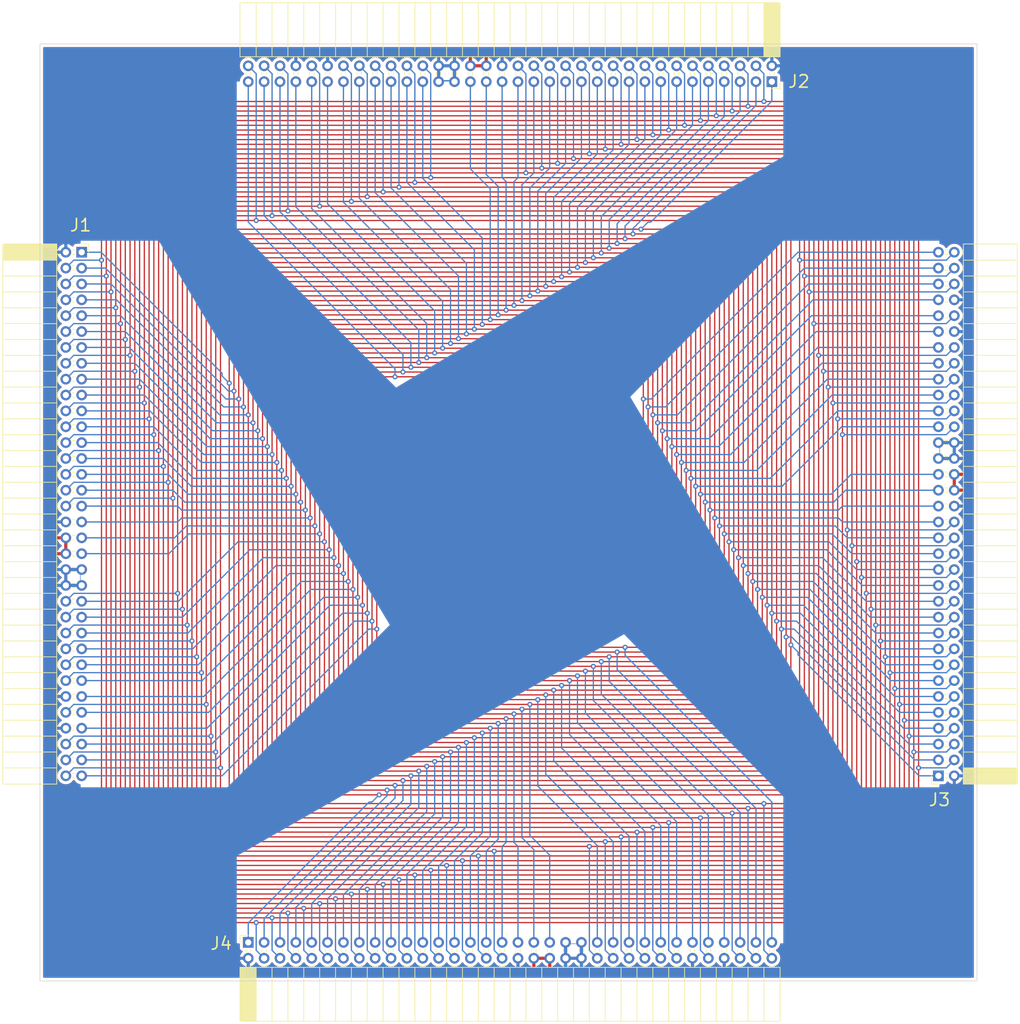
<source format=kicad_pcb>
(kicad_pcb (version 20211014) (generator pcbnew)
  (layers (0 "F.Cu" signal) (1 "In1.Cu" signal) (2 "In2.Cu" signal) (31 "B.Cu" signal) (34 "B.Paste" user) (35 "F.Paste" user) (36 "B.SilkS" user "B.Silkscreen") (37 "F.SilkS" user "F.Silkscreen") (38 "B.Mask" user) (39 "F.Mask" user) (44 "Edge.Cuts" user))
  (net 0 "")
  (net 1 "/SIG01")
  (net 2 "GND")
  (net 3 "/SIG03")
  (net 4 "/SIG04")
  (net 5 "/SIG05")
  (net 6 "/SIG06")
  (net 7 "/SIG07")
  (net 8 "/SIG08")
  (net 9 "/SIG09")
  (net 10 "/SIG10")
  (net 11 "/SIG11")
  (net 12 "/SIG12")
  (net 13 "/SIG13")
  (net 14 "/SIG14")
  (net 15 "/SIG15")
  (net 16 "/SIG16")
  (net 17 "/SIG17")
  (net 18 "/SIG18")
  (net 19 "/SIG19")
  (net 20 "/SIG20")
  (net 21 "/SIG21")
  (net 22 "/SIG22")
  (net 23 "/SIG23")
  (net 24 "/SIG24")
  (net 25 "/SIG25")
  (net 26 "/SIG26")
  (net 27 "/SIG27")
  (net 28 "/SIG28")
  (net 29 "/SIG29")
  (net 30 "/SIG30")
  (net 31 "/SIG31")
  (net 32 "/SIG32")
  (net 33 "/SIG33")
  (net 34 "/SIG34")
  (net 35 "/SIG35")
  (net 36 "/SIG37")
  (net 37 "+5V")
  (net 38 "/SIG39")
  (net 39 "/SIG45")
  (net 40 "/SIG46")
  (net 41 "/SIG47")
  (net 42 "/SIG48")
  (net 43 "/SIG49")
  (net 44 "/SIG50")
  (net 45 "/SIG51")
  (net 46 "/SIG52")
  (net 47 "/SIG53")
  (net 48 "/SIG54")
  (net 49 "/SIG55")
  (net 50 "/SIG56")
  (net 51 "/SIG57")
  (net 52 "/SIG59")
  (net 53 "/SIG60")
  (net 54 "/SIG61")
  (net 55 "/SIG63")
  (net 56 "/SIG64")
  (net 57 "/SIG65")
  (net 58 "/SIG66")
  (net 59 "/SIG67")
  (net 60 "/SIG68")
  (footprint "Connector_PinSocket_2.54mm:PinSocket_2x34_P2.54mm_Horizontal" (layer "F.Cu") (at 26.67 53.34)
    (fp_text reference "J1")
    (fp_text value "Conn_02x34")
  )
  (footprint "Connector_PinSocket_2.54mm:PinSocket_2x34_P2.54mm_Horizontal" (layer "F.Cu") (at 53.34 163.83 90)
    (fp_text reference "J4")
    (fp_text value "Conn_02x34" hide)
  )
  (footprint "Connector_PinSocket_2.54mm:PinSocket_2x34_P2.54mm_Horizontal" (layer "F.Cu") (at 137.16 26.035 -90)
    (fp_text reference "J2")
    (fp_text value "Conn_02x34" hide)
  )
  (footprint "Connector_PinSocket_2.54mm:PinSocket_2x34_P2.54mm_Horizontal" (layer "F.Cu") (at 163.83 137.16 180)
    (fp_text reference "J3")
    (fp_text value "Conn_02x34" hide)
  )
  (gr_rect (start 20 20) (end 170 170) (layer "Edge.Cuts") (width 0.1) (fill none))
  (segment (start 50.292 74.295) (end 50.292 49.657) (width 0.2032) (layer "F.Cu") (net 1))
  (segment (start 116.205 49.657) (end 140.208 49.657) (width 0.2032) (layer "F.Cu") (net 1))
  (segment (start 140.208 50.292) (end 140.208 116.205) (width 0.2032) (layer "F.Cu") (net 1))
  (segment (start 140.208 116.205) (end 140.208 140.208) (width 0.2032) (layer "F.Cu") (net 1))
  (segment (start 74.295 140.208) (end 50.292 140.208) (width 0.2032) (layer "F.Cu") (net 1))
  (segment (start 50.292 74.295) (end 50.292 140.208) (width 0.2032) (layer "F.Cu") (net 1))
  (segment (start 140.208 140.208) (end 74.295 140.208) (width 0.2032) (layer "F.Cu") (net 1))
  (segment (start 50.292 49.657) (end 116.205 49.657) (width 0.2032) (layer "F.Cu") (net 1))
  (via (at 50.292 74.295) (size 0.8) (drill 0.4) (layers "F.Cu" "B.Cu") (net 1))
  (via (at 116.205 49.657) (size 0.8) (drill 0.4) (layers "F.Cu" "B.Cu") (net 1))
  (via (at 74.295 140.208) (size 0.8) (drill 0.4) (layers "F.Cu" "B.Cu") (net 1))
  (via (at 140.208 116.205) (size 0.8) (drill 0.4) (layers "F.Cu" "B.Cu") (net 1))
  (segment (start 140.208 116.205) (end 141.351 117.348) (width 0.2032) (layer "B.Cu") (net 1))
  (segment (start 137.16 29.1465) (end 137.16 26.035) (width 0.2032) (layer "B.Cu") (net 1))
  (segment (start 141.351 117.348) (end 141.351 117.7925) (width 0.2032) (layer "B.Cu") (net 1))
  (segment (start 160.7185 137.16) (end 163.83 137.16) (width 0.2032) (layer "B.Cu") (net 1))
  (segment (start 74.295 140.208) (end 73.152 141.351) (width 0.2032) (layer "B.Cu") (net 1))
  (segment (start 49.149 72.7075) (end 29.7815 53.34) (width 0.2032) (layer "B.Cu") (net 1))
  (segment (start 73.152 141.351) (end 72.7075 141.351) (width 0.2032) (layer "B.Cu") (net 1))
  (segment (start 50.292 74.295) (end 49.149 73.152) (width 0.2032) (layer "B.Cu") (net 1))
  (segment (start 117.348 48.514) (end 117.7925 48.514) (width 0.2032) (layer "B.Cu") (net 1))
  (segment (start 72.7075 141.351) (end 53.34 160.7185) (width 0.2032) (layer "B.Cu") (net 1))
  (segment (start 117.7925 48.514) (end 137.16 29.1465) (width 0.2032) (layer "B.Cu") (net 1))
  (segment (start 29.7815 53.34) (end 26.67 53.34) (width 0.2032) (layer "B.Cu") (net 1))
  (segment (start 116.205 49.657) (end 117.348 48.514) (width 0.2032) (layer "B.Cu") (net 1))
  (segment (start 49.149 73.152) (end 49.149 72.7075) (width 0.2032) (layer "B.Cu") (net 1))
  (segment (start 141.351 117.7925) (end 160.7185 137.16) (width 0.2032) (layer "B.Cu") (net 1))
  (segment (start 53.34 160.7185) (end 53.34 163.83) (width 0.2032) (layer "B.Cu") (net 1))
  (segment (start 51.054 75.565) (end 51.054 139.446) (width 0.2032) (layer "F.Cu") (net 3))
  (segment (start 51.054 75.565) (end 51.054 50.419) (width 0.2032) (layer "F.Cu") (net 3))
  (segment (start 51.054 50.419) (end 114.935 50.419) (width 0.2032) (layer "F.Cu") (net 3))
  (segment (start 139.446 139.446) (end 75.565 139.446) (width 0.2032) (layer "F.Cu") (net 3))
  (segment (start 75.565 139.446) (end 51.054 139.446) (width 0.2032) (layer "F.Cu") (net 3))
  (segment (start 114.935 50.419) (end 139.446 50.419) (width 0.2032) (layer "F.Cu") (net 3))
  (segment (start 139.446 114.935) (end 139.446 139.446) (width 0.2032) (layer "F.Cu") (net 3))
  (segment (start 139.446 51.054) (end 139.446 114.935) (width 0.2032) (layer "F.Cu") (net 3))
  (via (at 114.935 50.419) (size 0.8) (drill 0.4) (layers "F.Cu" "B.Cu") (net 3))
  (via (at 75.565 139.446) (size 0.8) (drill 0.4) (layers "F.Cu" "B.Cu") (net 3))
  (via (at 51.054 75.565) (size 0.8) (drill 0.4) (layers "F.Cu" "B.Cu") (net 3))
  (via (at 139.446 114.935) (size 0.8) (drill 0.4) (layers "F.Cu" "B.Cu") (net 3))
  (segment (start 160.02 134.62) (end 163.83 134.62) (width 0.2032) (layer "B.Cu") (net 3))
  (segment (start 30.48 55.88) (end 26.67 55.88) (width 0.2032) (layer "B.Cu") (net 3))
  (segment (start 75.565 140.335) (end 55.88 160.02) (width 0.2032) (layer "B.Cu") (net 3))
  (segment (start 134.62 29.845) (end 134.62 26.035) (width 0.2032) (layer "B.Cu") (net 3))
  (segment (start 50.165 75.565) (end 30.48 55.88) (width 0.2032) (layer "B.Cu") (net 3))
  (segment (start 51.054 75.565) (end 50.165 75.565) (width 0.2032) (layer "B.Cu") (net 3))
  (segment (start 114.935 50.419) (end 114.935 49.53) (width 0.2032) (layer "B.Cu") (net 3))
  (segment (start 140.335 114.935) (end 160.02 134.62) (width 0.2032) (layer "B.Cu") (net 3))
  (segment (start 139.446 114.935) (end 140.335 114.935) (width 0.2032) (layer "B.Cu") (net 3))
  (segment (start 55.88 160.02) (end 55.88 163.83) (width 0.2032) (layer "B.Cu") (net 3))
  (segment (start 75.565 139.446) (end 75.565 140.335) (width 0.2032) (layer "B.Cu") (net 3))
  (segment (start 114.935 49.53) (end 134.62 29.845) (width 0.2032) (layer "B.Cu") (net 3))
  (segment (start 29.845 54.61) (end 29.845 160.655) (width 0.2032) (layer "F.Cu") (net 4))
  (segment (start 135.89 29.21) (end 160.655 29.21) (width 0.2032) (layer "F.Cu") (net 4))
  (segment (start 54.61 160.655) (end 29.845 160.655) (width 0.2032) (layer "F.Cu") (net 4))
  (segment (start 135.89 29.21) (end 29.845 29.21) (width 0.2032) (layer "F.Cu") (net 4))
  (segment (start 29.845 54.61) (end 29.845 29.21) (width 0.2032) (layer "F.Cu") (net 4))
  (segment (start 160.655 135.89) (end 160.655 160.655) (width 0.2032) (layer "F.Cu") (net 4))
  (segment (start 160.655 135.89) (end 160.655 29.845) (width 0.2032) (layer "F.Cu") (net 4))
  (segment (start 54.61 160.655) (end 160.655 160.655) (width 0.2032) (layer "F.Cu") (net 4))
  (via (at 135.89 29.21) (size 0.8) (drill 0.4) (layers "F.Cu" "B.Cu") (net 4))
  (via (at 29.845 54.61) (size 0.8) (drill 0.4) (layers "F.Cu" "B.Cu") (net 4))
  (via (at 160.655 135.89) (size 0.8) (drill 0.4) (layers "F.Cu" "B.Cu") (net 4))
  (via (at 54.61 160.655) (size 0.8) (drill 0.4) (layers "F.Cu" "B.Cu") (net 4))
  (segment (start 25.4 54.61) (end 29.845 54.61) (width 0.2032) (layer "B.Cu") (net 4))
  (segment (start 165.1 135.89) (end 160.655 135.89) (width 0.2032) (layer "B.Cu") (net 4))
  (segment (start 134.62 23.495) (end 135.89 24.765) (width 0.2032) (layer "B.Cu") (net 4))
  (segment (start 135.89 24.765) (end 135.89 29.21) (width 0.2032) (layer "B.Cu") (net 4))
  (segment (start 55.88 166.37) (end 54.61 165.1) (width 0.2032) (layer "B.Cu") (net 4))
  (segment (start 166.37 134.62) (end 165.1 135.89) (width 0.2032) (layer "B.Cu") (net 4))
  (segment (start 166.37 134.62) (end 165.1 135.89) (width 0.2032) (layer "B.Cu") (net 4))
  (segment (start 54.61 165.1) (end 54.61 160.655) (width 0.2032) (layer "B.Cu") (net 4))
  (segment (start 24.13 55.88) (end 25.4 54.61) (width 0.2032) (layer "B.Cu") (net 4))
  (segment (start 113.665 51.181) (end 51.816 51.181) (width 0.2032) (layer "F.Cu") (net 5))
  (segment (start 76.835 138.684) (end 138.684 138.684) (width 0.2032) (layer "F.Cu") (net 5))
  (segment (start 138.684 113.665) (end 138.684 51.816) (width 0.2032) (layer "F.Cu") (net 5))
  (segment (start 51.816 76.835) (end 51.816 138.684) (width 0.2032) (layer "F.Cu") (net 5))
  (segment (start 51.816 51.181) (end 51.816 76.835) (width 0.2032) (layer "F.Cu") (net 5))
  (segment (start 113.665 51.181) (end 138.684 51.181) (width 0.2032) (layer "F.Cu") (net 5))
  (segment (start 138.684 113.665) (end 138.684 138.684) (width 0.2032) (layer "F.Cu") (net 5))
  (segment (start 76.835 138.684) (end 51.816 138.684) (width 0.2032) (layer "F.Cu") (net 5))
  (via (at 138.684 113.665) (size 0.8) (drill 0.4) (layers "F.Cu" "B.Cu") (net 5))
  (via (at 113.665 51.181) (size 0.8) (drill 0.4) (layers "F.Cu" "B.Cu") (net 5))
  (via (at 51.816 76.835) (size 0.8) (drill 0.4) (layers "F.Cu" "B.Cu") (net 5))
  (via (at 76.835 138.684) (size 0.8) (drill 0.4) (layers "F.Cu" "B.Cu") (net 5))
  (segment (start 140.716 113.665) (end 159.131 132.08) (width 0.2032) (layer "B.Cu") (net 5))
  (segment (start 159.131 132.08) (end 163.83 132.08) (width 0.2032) (layer "B.Cu") (net 5))
  (segment (start 76.835 138.684) (end 76.835 140.716) (width 0.2032) (layer "B.Cu") (net 5))
  (segment (start 49.784 76.835) (end 31.369 58.42) (width 0.2032) (layer "B.Cu") (net 5))
  (segment (start 138.684 113.665) (end 140.716 113.665) (width 0.2032) (layer "B.Cu") (net 5))
  (segment (start 113.665 51.181) (end 113.665 49.149) (width 0.2032) (layer "B.Cu") (net 5))
  (segment (start 58.42 159.131) (end 58.42 163.83) (width 0.2032) (layer "B.Cu") (net 5))
  (segment (start 132.08 30.734) (end 132.08 26.035) (width 0.2032) (layer "B.Cu") (net 5))
  (segment (start 51.816 76.835) (end 49.784 76.835) (width 0.2032) (layer "B.Cu") (net 5))
  (segment (start 76.835 140.716) (end 58.42 159.131) (width 0.2032) (layer "B.Cu") (net 5))
  (segment (start 113.665 49.149) (end 132.08 30.734) (width 0.2032) (layer "B.Cu") (net 5))
  (segment (start 31.369 58.42) (end 26.67 58.42) (width 0.2032) (layer "B.Cu") (net 5))
  (segment (start 30.607 57.15) (end 30.607 29.972) (width 0.2032) (layer "F.Cu") (net 6))
  (segment (start 159.893 159.893) (end 57.15 159.893) (width 0.2032) (layer "F.Cu") (net 6))
  (segment (start 159.893 30.607) (end 159.893 133.35) (width 0.2032) (layer "F.Cu") (net 6))
  (segment (start 133.35 29.972) (end 159.893 29.972) (width 0.2032) (layer "F.Cu") (net 6))
  (segment (start 159.893 133.35) (end 159.893 159.893) (width 0.2032) (layer "F.Cu") (net 6))
  (segment (start 30.607 29.972) (end 133.35 29.972) (width 0.2032) (layer "F.Cu") (net 6))
  (segment (start 57.15 159.893) (end 30.607 159.893) (width 0.2032) (layer "F.Cu") (net 6))
  (segment (start 30.607 57.15) (end 30.607 159.893) (width 0.2032) (layer "F.Cu") (net 6))
  (via (at 30.607 57.15) (size 0.8) (drill 0.4) (layers "F.Cu" "B.Cu") (net 6))
  (via (at 133.35 29.972) (size 0.8) (drill 0.4) (layers "F.Cu" "B.Cu") (net 6))
  (via (at 159.893 133.35) (size 0.8) (drill 0.4) (layers "F.Cu" "B.Cu") (net 6))
  (via (at 57.15 159.893) (size 0.8) (drill 0.4) (layers "F.Cu" "B.Cu") (net 6))
  (segment (start 57.15 159.893) (end 57.15 165.1) (width 0.2032) (layer "B.Cu") (net 6))
  (segment (start 133.35 24.765) (end 132.08 23.495) (width 0.2032) (layer "B.Cu") (net 6))
  (segment (start 30.607 57.15) (end 25.4 57.15) (width 0.2032) (layer "B.Cu") (net 6))
  (segment (start 159.893 133.35) (end 165.1 133.35) (width 0.2032) (layer "B.Cu") (net 6))
  (segment (start 165.1 133.35) (end 166.37 132.08) (width 0.2032) (layer "B.Cu") (net 6))
  (segment (start 133.35 29.972) (end 133.35 24.765) (width 0.2032) (layer "B.Cu") (net 6))
  (segment (start 165.1 133.35) (end 166.37 132.08) (width 0.2032) (layer "B.Cu") (net 6))
  (segment (start 25.4 57.15) (end 24.13 58.42) (width 0.2032) (layer "B.Cu") (net 6))
  (segment (start 57.15 165.1) (end 58.42 166.37) (width 0.2032) (layer "B.Cu") (net 6))
  (segment (start 137.922 137.922) (end 137.922 112.395) (width 0.2032) (layer "F.Cu") (net 7))
  (segment (start 52.578 137.922) (end 78.105 137.922) (width 0.2032) (layer "F.Cu") (net 7))
  (segment (start 137.922 137.922) (end 78.105 137.922) (width 0.2032) (layer "F.Cu") (net 7))
  (segment (start 52.578 78.105) (end 52.578 51.943) (width 0.2032) (layer "F.Cu") (net 7))
  (segment (start 137.922 51.943) (end 112.395 51.943) (width 0.2032) (layer "F.Cu") (net 7))
  (segment (start 52.578 51.943) (end 112.395 51.943) (width 0.2032) (layer "F.Cu") (net 7))
  (segment (start 137.922 52.578) (end 137.922 112.395) (width 0.2032) (layer "F.Cu") (net 7))
  (segment (start 52.578 78.105) (end 52.578 137.922) (width 0.2032) (layer "F.Cu") (net 7))
  (via (at 137.922 112.395) (size 0.8) (drill 0.4) (layers "F.Cu" "B.Cu") (net 7))
  (via (at 52.578 78.105) (size 0.8) (drill 0.4) (layers "F.Cu" "B.Cu") (net 7))
  (via (at 112.395 51.943) (size 0.8) (drill 0.4) (layers "F.Cu" "B.Cu") (net 7))
  (via (at 78.105 137.922) (size 0.8) (drill 0.4) (layers "F.Cu" "B.Cu") (net 7))
  (segment (start 112.395 48.768) (end 112.395 51.943) (width 0.2032) (layer "B.Cu") (net 7))
  (segment (start 26.67 60.96) (end 32.258 60.96) (width 0.2032) (layer "B.Cu") (net 7))
  (segment (start 129.54 26.035) (end 129.54 31.623) (width 0.2032) (layer "B.Cu") (net 7))
  (segment (start 60.96 163.83) (end 60.96 158.242) (width 0.2032) (layer "B.Cu") (net 7))
  (segment (start 78.105 141.097) (end 78.105 137.922) (width 0.2032) (layer "B.Cu") (net 7))
  (segment (start 129.54 31.623) (end 112.395 48.768) (width 0.2032) (layer "B.Cu") (net 7))
  (segment (start 49.403 78.105) (end 52.578 78.105) (width 0.2032) (layer "B.Cu") (net 7))
  (segment (start 60.96 158.242) (end 78.105 141.097) (width 0.2032) (layer "B.Cu") (net 7))
  (segment (start 32.258 60.96) (end 49.403 78.105) (width 0.2032) (layer "B.Cu") (net 7))
  (segment (start 141.097 112.395) (end 137.922 112.395) (width 0.2032) (layer "B.Cu") (net 7))
  (segment (start 158.242 129.54) (end 141.097 112.395) (width 0.2032) (layer "B.Cu") (net 7))
  (segment (start 163.83 129.54) (end 158.242 129.54) (width 0.2032) (layer "B.Cu") (net 7))
  (segment (start 159.131 31.369) (end 159.131 130.81) (width 0.2032) (layer "F.Cu") (net 8))
  (segment (start 159.131 159.131) (end 59.69 159.131) (width 0.2032) (layer "F.Cu") (net 8))
  (segment (start 31.369 30.734) (end 130.81 30.734) (width 0.2032) (layer "F.Cu") (net 8))
  (segment (start 159.131 30.734) (end 130.81 30.734) (width 0.2032) (layer "F.Cu") (net 8))
  (segment (start 31.369 59.69) (end 31.369 30.734) (width 0.2032) (layer "F.Cu") (net 8))
  (segment (start 159.131 159.131) (end 159.131 130.81) (width 0.2032) (layer "F.Cu") (net 8))
  (segment (start 31.369 159.131) (end 59.69 159.131) (width 0.2032) (layer "F.Cu") (net 8))
  (segment (start 31.369 59.69) (end 31.369 159.131) (width 0.2032) (layer "F.Cu") (net 8))
  (via (at 31.369 59.69) (size 0.8) (drill 0.4) (layers "F.Cu" "B.Cu") (net 8))
  (via (at 130.81 30.734) (size 0.8) (drill 0.4) (layers "F.Cu" "B.Cu") (net 8))
  (via (at 159.131 130.81) (size 0.8) (drill 0.4) (layers "F.Cu" "B.Cu") (net 8))
  (via (at 59.69 159.131) (size 0.8) (drill 0.4) (layers "F.Cu" "B.Cu") (net 8))
  (segment (start 130.81 24.765) (end 130.81 30.734) (width 0.2032) (layer "B.Cu") (net 8))
  (segment (start 59.69 165.1) (end 59.69 159.131) (width 0.2032) (layer "B.Cu") (net 8))
  (segment (start 165.1 130.81) (end 159.131 130.81) (width 0.2032) (layer "B.Cu") (net 8))
  (segment (start 129.54 23.495) (end 130.81 24.765) (width 0.2032) (layer "B.Cu") (net 8))
  (segment (start 166.37 129.54) (end 165.1 130.81) (width 0.2032) (layer "B.Cu") (net 8))
  (segment (start 60.96 166.37) (end 59.69 165.1) (width 0.2032) (layer "B.Cu") (net 8))
  (segment (start 166.37 129.54) (end 165.1 130.81) (width 0.2032) (layer "B.Cu") (net 8))
  (segment (start 25.4 59.69) (end 31.369 59.69) (width 0.2032) (layer "B.Cu") (net 8))
  (segment (start 24.13 60.96) (end 25.4 59.69) (width 0.2032) (layer "B.Cu") (net 8))
  (segment (start 137.16 111.125) (end 137.16 53.34) (width 0.2032) (layer "F.Cu") (net 9))
  (segment (start 53.34 137.16) (end 79.375 137.16) (width 0.2032) (layer "F.Cu") (net 9))
  (segment (start 137.16 52.705) (end 111.125 52.705) (width 0.2032) (layer "F.Cu") (net 9))
  (segment (start 137.16 137.16) (end 137.16 111.125) (width 0.2032) (layer "F.Cu") (net 9))
  (segment (start 111.125 52.705) (end 53.34 52.705) (width 0.2032) (layer "F.Cu") (net 9))
  (segment (start 53.34 52.705) (end 53.34 79.375) (width 0.2032) (layer "F.Cu") (net 9))
  (segment (start 53.34 79.375) (end 53.34 137.16) (width 0.2032) (layer "F.Cu") (net 9))
  (segment (start 79.375 137.16) (end 137.16 137.16) (width 0.2032) (layer "F.Cu") (net 9))
  (via (at 137.16 111.125) (size 0.8) (drill 0.4) (layers "F.Cu" "B.Cu") (net 9))
  (via (at 111.125 52.705) (size 0.8) (drill 0.4) (layers "F.Cu" "B.Cu") (net 9))
  (via (at 79.375 137.16) (size 0.8) (drill 0.4) (layers "F.Cu" "B.Cu") (net 9))
  (via (at 53.34 79.375) (size 0.8) (drill 0.4) (layers "F.Cu" "B.Cu") (net 9))
  (segment (start 32.893 63.5) (end 48.768 79.375) (width 0.2032) (layer "B.Cu") (net 9))
  (segment (start 141.732 111.125) (end 137.16 111.125) (width 0.2032) (layer "B.Cu") (net 9))
  (segment (start 127 32.258) (end 111.125 48.133) (width 0.2032) (layer "B.Cu") (net 9))
  (segment (start 111.125 48.133) (end 111.125 52.705) (width 0.2032) (layer "B.Cu") (net 9))
  (segment (start 63.5 163.83) (end 63.5 157.607) (width 0.2032) (layer "B.Cu") (net 9))
  (segment (start 48.768 79.375) (end 53.34 79.375) (width 0.2032) (layer "B.Cu") (net 9))
  (segment (start 157.607 127) (end 141.732 111.125) (width 0.2032) (layer "B.Cu") (net 9))
  (segment (start 163.83 127) (end 157.607 127) (width 0.2032) (layer "B.Cu") (net 9))
  (segment (start 79.375 141.732) (end 79.375 137.16) (width 0.2032) (layer "B.Cu") (net 9))
  (segment (start 63.5 157.607) (end 79.375 141.732) (width 0.2032) (layer "B.Cu") (net 9))
  (segment (start 26.67 63.5) (end 32.893 63.5) (width 0.2032) (layer "B.Cu") (net 9))
  (segment (start 127 26.035) (end 127 32.258) (width 0.2032) (layer "B.Cu") (net 9))
  (segment (start 158.369 128.27) (end 158.369 32.131) (width 0.2032) (layer "F.Cu") (net 10))
  (segment (start 128.27 31.496) (end 32.131 31.496) (width 0.2032) (layer "F.Cu") (net 10))
  (segment (start 128.27 31.496) (end 158.369 31.496) (width 0.2032) (layer "F.Cu") (net 10))
  (segment (start 158.369 128.27) (end 158.369 158.369) (width 0.2032) (layer "F.Cu") (net 10))
  (segment (start 32.131 62.23) (end 32.131 158.369) (width 0.2032) (layer "F.Cu") (net 10))
  (segment (start 62.23 158.369) (end 32.131 158.369) (width 0.2032) (layer "F.Cu") (net 10))
  (segment (start 62.23 158.369) (end 158.369 158.369) (width 0.2032) (layer "F.Cu") (net 10))
  (segment (start 32.131 31.496) (end 32.131 62.23) (width 0.2032) (layer "F.Cu") (net 10))
  (via (at 158.369 128.27) (size 0.8) (drill 0.4) (layers "F.Cu" "B.Cu") (net 10))
  (via (at 128.27 31.496) (size 0.8) (drill 0.4) (layers "F.Cu" "B.Cu") (net 10))
  (via (at 32.131 62.23) (size 0.8) (drill 0.4) (layers "F.Cu" "B.Cu") (net 10))
  (via (at 62.23 158.369) (size 0.8) (drill 0.4) (layers "F.Cu" "B.Cu") (net 10))
  (segment (start 127 23.495) (end 128.27 24.765) (width 0.2032) (layer "B.Cu") (net 10))
  (segment (start 166.37 127) (end 165.1 128.27) (width 0.2032) (layer "B.Cu") (net 10))
  (segment (start 63.5 166.37) (end 62.23 165.1) (width 0.2032) (layer "B.Cu") (net 10))
  (segment (start 24.13 63.5) (end 25.4 62.23) (width 0.2032) (layer "B.Cu") (net 10))
  (segment (start 62.23 165.1) (end 62.23 158.369) (width 0.2032) (layer "B.Cu") (net 10))
  (segment (start 165.1 128.27) (end 158.369 128.27) (width 0.2032) (layer "B.Cu") (net 10))
  (segment (start 25.4 62.23) (end 32.131 62.23) (width 0.2032) (layer "B.Cu") (net 10))
  (segment (start 166.37 127) (end 165.1 128.27) (width 0.2032) (layer "B.Cu") (net 10))
  (segment (start 128.27 24.765) (end 128.27 31.496) (width 0.2032) (layer "B.Cu") (net 10))
  (segment (start 136.398 54.102) (end 136.398 109.855) (width 0.2032) (layer "F.Cu") (net 11))
  (segment (start 54.102 80.645) (end 54.102 53.467) (width 0.2032) (layer "F.Cu") (net 11))
  (segment (start 109.855 53.467) (end 136.398 53.467) (width 0.2032) (layer "F.Cu") (net 11))
  (segment (start 136.398 109.855) (end 136.398 136.398) (width 0.2032) (layer "F.Cu") (net 11))
  (segment (start 54.102 80.645) (end 54.102 136.398) (width 0.2032) (layer "F.Cu") (net 11))
  (segment (start 80.645 136.398) (end 54.102 136.398) (width 0.2032) (layer "F.Cu") (net 11))
  (segment (start 136.398 136.398) (end 80.645 136.398) (width 0.2032) (layer "F.Cu") (net 11))
  (segment (start 54.102 53.467) (end 109.855 53.467) (width 0.2032) (layer "F.Cu") (net 11))
  (via (at 54.102 80.645) (size 0.8) (drill 0.4) (layers "F.Cu" "B.Cu") (net 11))
  (via (at 109.855 53.467) (size 0.8) (drill 0.4) (layers "F.Cu" "B.Cu") (net 11))
  (via (at 136.398 109.855) (size 0.8) (drill 0.4) (layers "F.Cu" "B.Cu") (net 11))
  (via (at 80.645 136.398) (size 0.8) (drill 0.4) (layers "F.Cu" "B.Cu") (net 11))
  (segment (start 124.46 26.035) (end 124.46 33.02) (width 0.2032) (layer "B.Cu") (net 11))
  (segment (start 124.46 33.02) (end 109.855 47.625) (width 0.2032) (layer "B.Cu") (net 11))
  (segment (start 48.26 80.645) (end 54.102 80.645) (width 0.2032) (layer "B.Cu") (net 11))
  (segment (start 26.67 66.04) (end 33.655 66.04) (width 0.2032) (layer "B.Cu") (net 11))
  (segment (start 109.855 47.625) (end 109.855 53.467) (width 0.2032) (layer "B.Cu") (net 11))
  (segment (start 156.845 124.46) (end 142.24 109.855) (width 0.2032) (layer "B.Cu") (net 11))
  (segment (start 66.04 156.845) (end 80.645 142.24) (width 0.2032) (layer "B.Cu") (net 11))
  (segment (start 80.645 142.24) (end 80.645 136.398) (width 0.2032) (layer "B.Cu") (net 11))
  (segment (start 163.83 124.46) (end 156.845 124.46) (width 0.2032) (layer "B.Cu") (net 11))
  (segment (start 66.04 163.83) (end 66.04 156.845) (width 0.2032) (layer "B.Cu") (net 11))
  (segment (start 33.655 66.04) (end 48.26 80.645) (width 0.2032) (layer "B.Cu") (net 11))
  (segment (start 142.24 109.855) (end 136.398 109.855) (width 0.2032) (layer "B.Cu") (net 11))
  (segment (start 157.607 157.607) (end 64.77 157.607) (width 0.2032) (layer "F.Cu") (net 12))
  (segment (start 157.607 32.893) (end 157.607 125.73) (width 0.2032) (layer "F.Cu") (net 12))
  (segment (start 157.607 32.258) (end 125.73 32.258) (width 0.2032) (layer "F.Cu") (net 12))
  (segment (start 32.893 64.77) (end 32.893 157.607) (width 0.2032) (layer "F.Cu") (net 12))
  (segment (start 157.607 157.607) (end 157.607 125.73) (width 0.2032) (layer "F.Cu") (net 12))
  (segment (start 32.893 64.77) (end 32.893 32.258) (width 0.2032) (layer "F.Cu") (net 12))
  (segment (start 32.893 32.258) (end 125.73 32.258) (width 0.2032) (layer "F.Cu") (net 12))
  (segment (start 32.893 157.607) (end 64.77 157.607) (width 0.2032) (layer "F.Cu") (net 12))
  (via (at 157.607 125.73) (size 0.8) (drill 0.4) (layers "F.Cu" "B.Cu") (net 12))
  (via (at 64.77 157.607) (size 0.8) (drill 0.4) (layers "F.Cu" "B.Cu") (net 12))
  (via (at 125.73 32.258) (size 0.8) (drill 0.4) (layers "F.Cu" "B.Cu") (net 12))
  (via (at 32.893 64.77) (size 0.8) (drill 0.4) (layers "F.Cu" "B.Cu") (net 12))
  (segment (start 24.13 66.04) (end 25.4 64.77) (width 0.2032) (layer "B.Cu") (net 12))
  (segment (start 64.77 165.1) (end 64.77 157.607) (width 0.2032) (layer "B.Cu") (net 12))
  (segment (start 124.46 23.495) (end 125.73 24.765) (width 0.2032) (layer "B.Cu") (net 12))
  (segment (start 166.37 124.46) (end 165.1 125.73) (width 0.2032) (layer "B.Cu") (net 12))
  (segment (start 125.73 24.765) (end 125.73 32.258) (width 0.2032) (layer "B.Cu") (net 12))
  (segment (start 165.1 125.73) (end 157.607 125.73) (width 0.2032) (layer "B.Cu") (net 12))
  (segment (start 25.4 64.77) (end 32.893 64.77) (width 0.2032) (layer "B.Cu") (net 12))
  (segment (start 66.04 166.37) (end 64.77 165.1) (width 0.2032) (layer "B.Cu") (net 12))
  (segment (start 166.37 124.46) (end 165.1 125.73) (width 0.2032) (layer "B.Cu") (net 12))
  (segment (start 135.636 108.585) (end 135.636 54.864) (width 0.2032) (layer "F.Cu") (net 13))
  (segment (start 108.585 54.229) (end 54.864 54.229) (width 0.2032) (layer "F.Cu") (net 13))
  (segment (start 54.864 81.915) (end 54.864 135.636) (width 0.2032) (layer "F.Cu") (net 13))
  (segment (start 81.915 135.636) (end 135.636 135.636) (width 0.2032) (layer "F.Cu") (net 13))
  (segment (start 81.915 135.636) (end 54.864 135.636) (width 0.2032) (layer "F.Cu") (net 13))
  (segment (start 135.636 108.585) (end 135.636 135.636) (width 0.2032) (layer "F.Cu") (net 13))
  (segment (start 108.585 54.229) (end 135.636 54.229) (width 0.2032) (layer "F.Cu") (net 13))
  (segment (start 54.864 54.229) (end 54.864 81.915) (width 0.2032) (layer "F.Cu") (net 13))
  (via (at 108.585 54.229) (size 0.8) (drill 0.4) (layers "F.Cu" "B.Cu") (net 13))
  (via (at 135.636 108.585) (size 0.8) (drill 0.4) (layers "F.Cu" "B.Cu") (net 13))
  (via (at 81.915 135.636) (size 0.8) (drill 0.4) (layers "F.Cu" "B.Cu") (net 13))
  (via (at 54.864 81.915) (size 0.8) (drill 0.4) (layers "F.Cu" "B.Cu") (net 13))
  (segment (start 68.58 156.21) (end 68.58 163.83) (width 0.2032) (layer "B.Cu") (net 13))
  (segment (start 135.636 108.585) (end 142.875 108.585) (width 0.2032) (layer "B.Cu") (net 13))
  (segment (start 108.585 54.229) (end 108.585 46.99) (width 0.2032) (layer "B.Cu") (net 13))
  (segment (start 156.21 121.92) (end 163.83 121.92) (width 0.2032) (layer "B.Cu") (net 13))
  (segment (start 81.915 135.636) (end 81.915 142.875) (width 0.2032) (layer "B.Cu") (net 13))
  (segment (start 121.92 33.655) (end 121.92 26.035) (width 0.2032) (layer "B.Cu") (net 13))
  (segment (start 142.875 108.585) (end 156.21 121.92) (width 0.2032) (layer "B.Cu") (net 13))
  (segment (start 81.915 142.875) (end 68.58 156.21) (width 0.2032) (layer "B.Cu") (net 13))
  (segment (start 34.29 68.58) (end 26.67 68.58) (width 0.2032) (layer "B.Cu") (net 13))
  (segment (start 47.625 81.915) (end 34.29 68.58) (width 0.2032) (layer "B.Cu") (net 13))
  (segment (start 108.585 46.99) (end 121.92 33.655) (width 0.2032) (layer "B.Cu") (net 13))
  (segment (start 54.864 81.915) (end 47.625 81.915) (width 0.2032) (layer "B.Cu") (net 13))
  (segment (start 67.31 156.845) (end 33.655 156.845) (width 0.2032) (layer "F.Cu") (net 14))
  (segment (start 123.19 33.02) (end 156.845 33.02) (width 0.2032) (layer "F.Cu") (net 14))
  (segment (start 156.845 156.845) (end 67.31 156.845) (width 0.2032) (layer "F.Cu") (net 14))
  (segment (start 33.655 33.02) (end 123.19 33.02) (width 0.2032) (layer "F.Cu") (net 14))
  (segment (start 33.655 67.31) (end 33.655 156.845) (width 0.2032) (layer "F.Cu") (net 14))
  (segment (start 156.845 33.655) (end 156.845 123.19) (width 0.2032) (layer "F.Cu") (net 14))
  (segment (start 33.655 67.31) (end 33.655 33.02) (width 0.2032) (layer "F.Cu") (net 14))
  (segment (start 156.845 123.19) (end 156.845 156.845) (width 0.2032) (layer "F.Cu") (net 14))
  (via (at 33.655 67.31) (size 0.8) (drill 0.4) (layers "F.Cu" "B.Cu") (net 14))
  (via (at 67.31 156.845) (size 0.8) (drill 0.4) (layers "F.Cu" "B.Cu") (net 14))
  (via (at 123.19 33.02) (size 0.8) (drill 0.4) (layers "F.Cu" "B.Cu") (net 14))
  (via (at 156.845 123.19) (size 0.8) (drill 0.4) (layers "F.Cu" "B.Cu") (net 14))
  (segment (start 25.4 67.31) (end 33.655 67.31) (width 0.2032) (layer "B.Cu") (net 14))
  (segment (start 67.31 165.1) (end 67.31 156.845) (width 0.2032) (layer "B.Cu") (net 14))
  (segment (start 165.1 123.19) (end 156.845 123.19) (width 0.2032) (layer "B.Cu") (net 14))
  (segment (start 24.13 68.58) (end 25.4 67.31) (width 0.2032) (layer "B.Cu") (net 14))
  (segment (start 68.58 166.37) (end 67.31 165.1) (width 0.2032) (layer "B.Cu") (net 14))
  (segment (start 166.37 121.92) (end 165.1 123.19) (width 0.2032) (layer "B.Cu") (net 14))
  (segment (start 166.37 121.92) (end 165.1 123.19) (width 0.2032) (layer "B.Cu") (net 14))
  (segment (start 123.19 24.765) (end 123.19 33.02) (width 0.2032) (layer "B.Cu") (net 14))
  (segment (start 121.92 23.495) (end 123.19 24.765) (width 0.2032) (layer "B.Cu") (net 14))
  (segment (start 134.874 55.626) (end 134.874 107.315) (width 0.2032) (layer "F.Cu") (net 15))
  (segment (start 55.626 54.991) (end 107.315 54.991) (width 0.2032) (layer "F.Cu") (net 15))
  (segment (start 134.874 54.991) (end 107.315 54.991) (width 0.2032) (layer "F.Cu") (net 15))
  (segment (start 134.874 134.874) (end 134.874 107.315) (width 0.2032) (layer "F.Cu") (net 15))
  (segment (start 134.874 134.874) (end 83.185 134.874) (width 0.2032) (layer "F.Cu") (net 15))
  (segment (start 55.626 83.185) (end 55.626 54.991) (width 0.2032) (layer "F.Cu") (net 15))
  (segment (start 55.626 134.874) (end 83.185 134.874) (width 0.2032) (layer "F.Cu") (net 15))
  (segment (start 55.626 83.185) (end 55.626 134.874) (width 0.2032) (layer "F.Cu") (net 15))
  (via (at 107.315 54.991) (size 0.8) (drill 0.4) (layers "F.Cu" "B.Cu") (net 15))
  (via (at 83.185 134.874) (size 0.8) (drill 0.4) (layers "F.Cu" "B.Cu") (net 15))
  (via (at 55.626 83.185) (size 0.8) (drill 0.4) (layers "F.Cu" "B.Cu") (net 15))
  (via (at 134.874 107.315) (size 0.8) (drill 0.4) (layers "F.Cu" "B.Cu") (net 15))
  (segment (start 143.256 107.315) (end 155.321 119.38) (width 0.2032) (layer "B.Cu") (net 15))
  (segment (start 83.185 134.874) (end 83.185 143.256) (width 0.2032) (layer "B.Cu") (net 15))
  (segment (start 55.626 83.185) (end 47.244 83.185) (width 0.2032) (layer "B.Cu") (net 15))
  (segment (start 134.874 107.315) (end 143.256 107.315) (width 0.2032) (layer "B.Cu") (net 15))
  (segment (start 107.315 46.609) (end 119.38 34.544) (width 0.2032) (layer "B.Cu") (net 15))
  (segment (start 47.244 83.185) (end 35.179 71.12) (width 0.2032) (layer "B.Cu") (net 15))
  (segment (start 35.179 71.12) (end 26.67 71.12) (width 0.2032) (layer "B.Cu") (net 15))
  (segment (start 119.38 34.544) (end 119.38 26.035) (width 0.2032) (layer "B.Cu") (net 15))
  (segment (start 71.12 155.321) (end 71.12 163.83) (width 0.2032) (layer "B.Cu") (net 15))
  (segment (start 107.315 54.991) (end 107.315 46.609) (width 0.2032) (layer "B.Cu") (net 15))
  (segment (start 155.321 119.38) (end 163.83 119.38) (width 0.2032) (layer "B.Cu") (net 15))
  (segment (start 83.185 143.256) (end 71.12 155.321) (width 0.2032) (layer "B.Cu") (net 15))
  (segment (start 34.417 69.85) (end 34.417 156.083) (width 0.2032) (layer "F.Cu") (net 16))
  (segment (start 34.417 33.782) (end 120.65 33.782) (width 0.2032) (layer "F.Cu") (net 16))
  (segment (start 156.083 33.782) (end 120.65 33.782) (width 0.2032) (layer "F.Cu") (net 16))
  (segment (start 156.083 156.083) (end 156.083 120.65) (width 0.2032) (layer "F.Cu") (net 16))
  (segment (start 34.417 69.85) (end 34.417 33.782) (width 0.2032) (layer "F.Cu") (net 16))
  (segment (start 156.083 34.417) (end 156.083 120.65) (width 0.2032) (layer "F.Cu") (net 16))
  (segment (start 156.083 156.083) (end 69.85 156.083) (width 0.2032) (layer "F.Cu") (net 16))
  (segment (start 34.417 156.083) (end 69.85 156.083) (width 0.2032) (layer "F.Cu") (net 16))
  (via (at 120.65 33.782) (size 0.8) (drill 0.4) (layers "F.Cu" "B.Cu") (net 16))
  (via (at 156.083 120.65) (size 0.8) (drill 0.4) (layers "F.Cu" "B.Cu") (net 16))
  (via (at 69.85 156.083) (size 0.8) (drill 0.4) (layers "F.Cu" "B.Cu") (net 16))
  (via (at 34.417 69.85) (size 0.8) (drill 0.4) (layers "F.Cu" "B.Cu") (net 16))
  (segment (start 119.38 23.495) (end 120.65 24.765) (width 0.2032) (layer "B.Cu") (net 16))
  (segment (start 120.65 24.765) (end 120.65 33.782) (width 0.2032) (layer "B.Cu") (net 16))
  (segment (start 166.37 119.38) (end 165.1 120.65) (width 0.2032) (layer "B.Cu") (net 16))
  (segment (start 166.37 119.38) (end 165.1 120.65) (width 0.2032) (layer "B.Cu") (net 16))
  (segment (start 24.13 71.12) (end 25.4 69.85) (width 0.2032) (layer "B.Cu") (net 16))
  (segment (start 25.4 69.85) (end 34.417 69.85) (width 0.2032) (layer "B.Cu") (net 16))
  (segment (start 69.85 165.1) (end 69.85 156.083) (width 0.2032) (layer "B.Cu") (net 16))
  (segment (start 165.1 120.65) (end 156.083 120.65) (width 0.2032) (layer "B.Cu") (net 16))
  (segment (start 71.12 166.37) (end 69.85 165.1) (width 0.2032) (layer "B.Cu") (net 16))
  (segment (start 134.112 106.045) (end 134.112 134.112) (width 0.2032) (layer "F.Cu") (net 17))
  (segment (start 134.112 134.112) (end 84.455 134.112) (width 0.2032) (layer "F.Cu") (net 17))
  (segment (start 56.388 84.455) (end 56.388 55.753) (width 0.2032) (layer "F.Cu") (net 17))
  (segment (start 56.388 84.455) (end 56.388 134.112) (width 0.2032) (layer "F.Cu") (net 17))
  (segment (start 106.045 55.753) (end 134.112 55.753) (width 0.2032) (layer "F.Cu") (net 17))
  (segment (start 134.112 56.388) (end 134.112 106.045) (width 0.2032) (layer "F.Cu") (net 17))
  (segment (start 84.455 134.112) (end 56.388 134.112) (width 0.2032) (layer "F.Cu") (net 17))
  (segment (start 56.388 55.753) (end 106.045 55.753) (width 0.2032) (layer "F.Cu") (net 17))
  (via (at 134.112 106.045) (size 0.8) (drill 0.4) (layers "F.Cu" "B.Cu") (net 17))
  (via (at 56.388 84.455) (size 0.8) (drill 0.4) (layers "F.Cu" "B.Cu") (net 17))
  (via (at 106.045 55.753) (size 0.8) (drill 0.4) (layers "F.Cu" "B.Cu") (net 17))
  (via (at 84.455 134.112) (size 0.8) (drill 0.4) (layers "F.Cu" "B.Cu") (net 17))
  (segment (start 106.045 55.753) (end 106.045 46.101) (width 0.2032) (layer "B.Cu") (net 17))
  (segment (start 134.112 106.045) (end 143.764 106.045) (width 0.2032) (layer "B.Cu") (net 17))
  (segment (start 56.388 84.455) (end 46.736 84.455) (width 0.2032) (layer "B.Cu") (net 17))
  (segment (start 116.84 35.306) (end 116.84 26.035) (width 0.2032) (layer "B.Cu") (net 17))
  (segment (start 106.045 46.101) (end 116.84 35.306) (width 0.2032) (layer "B.Cu") (net 17))
  (segment (start 73.66 154.559) (end 73.66 163.83) (width 0.2032) (layer "B.Cu") (net 17))
  (segment (start 143.764 106.045) (end 154.559 116.84) (width 0.2032) (layer "B.Cu") (net 17))
  (segment (start 84.455 143.764) (end 73.66 154.559) (width 0.2032) (layer "B.Cu") (net 17))
  (segment (start 154.559 116.84) (end 163.83 116.84) (width 0.2032) (layer "B.Cu") (net 17))
  (segment (start 35.941 73.66) (end 26.67 73.66) (width 0.2032) (layer "B.Cu") (net 17))
  (segment (start 46.736 84.455) (end 35.941 73.66) (width 0.2032) (layer "B.Cu") (net 17))
  (segment (start 84.455 134.112) (end 84.455 143.764) (width 0.2032) (layer "B.Cu") (net 17))
  (segment (start 155.321 118.11) (end 155.321 155.321) (width 0.2032) (layer "F.Cu") (net 18))
  (segment (start 35.179 34.544) (end 118.11 34.544) (width 0.2032) (layer "F.Cu") (net 18))
  (segment (start 118.11 34.544) (end 155.321 34.544) (width 0.2032) (layer "F.Cu") (net 18))
  (segment (start 35.179 72.39) (end 35.179 34.544) (width 0.2032) (layer "F.Cu") (net 18))
  (segment (start 155.321 35.179) (end 155.321 118.11) (width 0.2032) (layer "F.Cu") (net 18))
  (segment (start 35.179 72.39) (end 35.179 155.321) (width 0.2032) (layer "F.Cu") (net 18))
  (segment (start 72.39 155.321) (end 35.179 155.321) (width 0.2032) (layer "F.Cu") (net 18))
  (segment (start 155.321 155.321) (end 72.39 155.321) (width 0.2032) (layer "F.Cu") (net 18))
  (via (at 35.179 72.39) (size 0.8) (drill 0.4) (layers "F.Cu" "B.Cu") (net 18))
  (via (at 118.11 34.544) (size 0.8) (drill 0.4) (layers "F.Cu" "B.Cu") (net 18))
  (via (at 155.321 118.11) (size 0.8) (drill 0.4) (layers "F.Cu" "B.Cu") (net 18))
  (via (at 72.39 155.321) (size 0.8) (drill 0.4) (layers "F.Cu" "B.Cu") (net 18))
  (segment (start 118.11 24.765) (end 118.11 34.544) (width 0.2032) (layer "B.Cu") (net 18))
  (segment (start 72.39 165.1) (end 72.39 155.321) (width 0.2032) (layer "B.Cu") (net 18))
  (segment (start 165.1 118.11) (end 155.321 118.11) (width 0.2032) (layer "B.Cu") (net 18))
  (segment (start 73.66 166.37) (end 72.39 165.1) (width 0.2032) (layer "B.Cu") (net 18))
  (segment (start 24.13 73.66) (end 25.4 72.39) (width 0.2032) (layer "B.Cu") (net 18))
  (segment (start 166.37 116.84) (end 165.1 118.11) (width 0.2032) (layer "B.Cu") (net 18))
  (segment (start 166.37 116.84) (end 165.1 118.11) (width 0.2032) (layer "B.Cu") (net 18))
  (segment (start 116.84 23.495) (end 118.11 24.765) (width 0.2032) (layer "B.Cu") (net 18))
  (segment (start 25.4 72.39) (end 35.179 72.39) (width 0.2032) (layer "B.Cu") (net 18))
  (segment (start 57.15 56.515) (end 57.15 85.725) (width 0.2032) (layer "F.Cu") (net 19))
  (segment (start 85.725 133.35) (end 133.35 133.35) (width 0.2032) (layer "F.Cu") (net 19))
  (segment (start 133.35 104.775) (end 133.35 133.35) (width 0.2032) (layer "F.Cu") (net 19))
  (segment (start 57.15 85.725) (end 57.15 133.35) (width 0.2032) (layer "F.Cu") (net 19))
  (segment (start 133.35 104.775) (end 133.35 57.15) (width 0.2032) (layer "F.Cu") (net 19))
  (segment (start 104.775 56.515) (end 133.35 56.515) (width 0.2032) (layer "F.Cu") (net 19))
  (segment (start 85.725 133.35) (end 57.15 133.35) (width 0.2032) (layer "F.Cu") (net 19))
  (segment (start 104.775 56.515) (end 57.15 56.515) (width 0.2032) (layer "F.Cu") (net 19))
  (via (at 57.15 85.725) (size 0.8) (drill 0.4) (layers "F.Cu" "B.Cu") (net 19))
  (via (at 133.35 104.775) (size 0.8) (drill 0.4) (layers "F.Cu" "B.Cu") (net 19))
  (via (at 85.725 133.35) (size 0.8) (drill 0.4) (layers "F.Cu" "B.Cu") (net 19))
  (via (at 104.775 56.515) (size 0.8) (drill 0.4) (layers "F.Cu" "B.Cu") (net 19))
  (segment (start 57.15 85.725) (end 46.228 85.725) (width 0.2032) (layer "B.Cu") (net 19))
  (segment (start 76.2 153.797) (end 76.2 163.83) (width 0.2032) (layer "B.Cu") (net 19))
  (segment (start 114.3 36.068) (end 114.3 26.035) (width 0.2032) (layer "B.Cu") (net 19))
  (segment (start 144.272 104.775) (end 153.797 114.3) (width 0.2032) (layer "B.Cu") (net 19))
  (segment (start 104.775 56.515) (end 104.775 45.593) (width 0.2032) (layer "B.Cu") (net 19))
  (segment (start 85.725 144.272) (end 76.2 153.797) (width 0.2032) (layer "B.Cu") (net 19))
  (segment (start 36.703 76.2) (end 26.67 76.2) (width 0.2032) (layer "B.Cu") (net 19))
  (segment (start 104.775 45.593) (end 114.3 36.068) (width 0.2032) (layer "B.Cu") (net 19))
  (segment (start 153.797 114.3) (end 163.83 114.3) (width 0.2032) (layer "B.Cu") (net 19))
  (segment (start 133.35 104.775) (end 144.272 104.775) (width 0.2032) (layer "B.Cu") (net 19))
  (segment (start 85.725 133.35) (end 85.725 144.272) (width 0.2032) (layer "B.Cu") (net 19))
  (segment (start 46.228 85.725) (end 36.703 76.2) (width 0.2032) (layer "B.Cu") (net 19))
  (segment (start 154.559 35.941) (end 154.559 115.57) (width 0.2032) (layer "F.Cu") (net 20))
  (segment (start 115.57 35.306) (end 154.559 35.306) (width 0.2032) (layer "F.Cu") (net 20))
  (segment (start 35.941 35.306) (end 115.57 35.306) (width 0.2032) (layer "F.Cu") (net 20))
  (segment (start 154.559 154.559) (end 74.93 154.559) (width 0.2032) (layer "F.Cu") (net 20))
  (segment (start 35.941 74.93) (end 35.941 154.559) (width 0.2032) (layer "F.Cu") (net 20))
  (segment (start 154.559 115.57) (end 154.559 154.559) (width 0.2032) (layer "F.Cu") (net 20))
  (segment (start 74.93 154.559) (end 35.941 154.559) (width 0.2032) (layer "F.Cu") (net 20))
  (segment (start 35.941 74.93) (end 35.941 35.306) (width 0.2032) (layer "F.Cu") (net 20))
  (via (at 115.57 35.306) (size 0.8) (drill 0.4) (layers "F.Cu" "B.Cu") (net 20))
  (via (at 74.93 154.559) (size 0.8) (drill 0.4) (layers "F.Cu" "B.Cu") (net 20))
  (via (at 35.941 74.93) (size 0.8) (drill 0.4) (layers "F.Cu" "B.Cu") (net 20))
  (via (at 154.559 115.57) (size 0.8) (drill 0.4) (layers "F.Cu" "B.Cu") (net 20))
  (segment (start 166.37 114.3) (end 165.1 115.57) (width 0.2032) (layer "B.Cu") (net 20))
  (segment (start 114.3 23.495) (end 115.57 24.765) (width 0.2032) (layer "B.Cu") (net 20))
  (segment (start 165.1 115.57) (end 154.559 115.57) (width 0.2032) (layer "B.Cu") (net 20))
  (segment (start 166.37 114.3) (end 165.1 115.57) (width 0.2032) (layer "B.Cu") (net 20))
  (segment (start 25.4 74.93) (end 35.941 74.93) (width 0.2032) (layer "B.Cu") (net 20))
  (segment (start 74.93 165.1) (end 74.93 154.559) (width 0.2032) (layer "B.Cu") (net 20))
  (segment (start 115.57 24.765) (end 115.57 35.306) (width 0.2032) (layer "B.Cu") (net 20))
  (segment (start 76.2 166.37) (end 74.93 165.1) (width 0.2032) (layer "B.Cu") (net 20))
  (segment (start 24.13 76.2) (end 25.4 74.93) (width 0.2032) (layer "B.Cu") (net 20))
  (segment (start 86.995 132.588) (end 57.912 132.588) (width 0.2032) (layer "F.Cu") (net 21))
  (segment (start 103.505 57.277) (end 132.588 57.277) (width 0.2032) (layer "F.Cu") (net 21))
  (segment (start 132.588 57.912) (end 132.588 103.505) (width 0.2032) (layer "F.Cu") (net 21))
  (segment (start 132.588 132.588) (end 86.995 132.588) (width 0.2032) (layer "F.Cu") (net 21))
  (segment (start 57.912 86.995) (end 57.912 132.588) (width 0.2032) (layer "F.Cu") (net 21))
  (segment (start 132.588 103.505) (end 132.588 132.588) (width 0.2032) (layer "F.Cu") (net 21))
  (segment (start 57.912 86.995) (end 57.912 57.277) (width 0.2032) (layer "F.Cu") (net 21))
  (segment (start 57.912 57.277) (end 103.505 57.277) (width 0.2032) (layer "F.Cu") (net 21))
  (via (at 86.995 132.588) (size 0.8) (drill 0.4) (layers "F.Cu" "B.Cu") (net 21))
  (via (at 57.912 86.995) (size 0.8) (drill 0.4) (layers "F.Cu" "B.Cu") (net 21))
  (via (at 103.505 57.277) (size 0.8) (drill 0.4) (layers "F.Cu" "B.Cu") (net 21))
  (via (at 132.588 103.505) (size 0.8) (drill 0.4) (layers "F.Cu" "B.Cu") (net 21))
  (segment (start 45.847 86.995) (end 37.592 78.74) (width 0.2032) (layer "B.Cu") (net 21))
  (segment (start 103.505 57.277) (end 103.505 45.212) (width 0.2032) (layer "B.Cu") (net 21))
  (segment (start 152.908 111.76) (end 163.83 111.76) (width 0.2032) (layer "B.Cu") (net 21))
  (segment (start 111.76 36.957) (end 111.76 26.035) (width 0.2032) (layer "B.Cu") (net 21))
  (segment (start 103.505 45.212) (end 111.76 36.957) (width 0.2032) (layer "B.Cu") (net 21))
  (segment (start 132.588 103.505) (end 144.653 103.505) (width 0.2032) (layer "B.Cu") (net 21))
  (segment (start 78.74 152.908) (end 78.74 163.83) (width 0.2032) (layer "B.Cu") (net 21))
  (segment (start 37.592 78.74) (end 26.67 78.74) (width 0.2032) (layer "B.Cu") (net 21))
  (segment (start 57.912 86.995) (end 45.847 86.995) (width 0.2032) (layer "B.Cu") (net 21))
  (segment (start 144.653 103.505) (end 152.908 111.76) (width 0.2032) (layer "B.Cu") (net 21))
  (segment (start 86.995 132.588) (end 86.995 144.653) (width 0.2032) (layer "B.Cu") (net 21))
  (segment (start 86.995 144.653) (end 78.74 152.908) (width 0.2032) (layer "B.Cu") (net 21))
  (segment (start 153.797 113.03) (end 153.797 36.703) (width 0.2032) (layer "F.Cu") (net 22))
  (segment (start 36.703 153.797) (end 77.47 153.797) (width 0.2032) (layer "F.Cu") (net 22))
  (segment (start 153.797 153.797) (end 153.797 113.03) (width 0.2032) (layer "F.Cu") (net 22))
  (segment (start 36.703 77.47) (end 36.703 153.797) (width 0.2032) (layer "F.Cu") (net 22))
  (segment (start 36.703 36.068) (end 36.703 77.47) (width 0.2032) (layer "F.Cu") (net 22))
  (segment (start 113.03 36.068) (end 36.703 36.068) (width 0.2032) (layer "F.Cu") (net 22))
  (segment (start 77.47 153.797) (end 153.797 153.797) (width 0.2032) (layer "F.Cu") (net 22))
  (segment (start 153.797 36.068) (end 113.03 36.068) (width 0.2032) (layer "F.Cu") (net 22))
  (via (at 113.03 36.068) (size 0.8) (drill 0.4) (layers "F.Cu" "B.Cu") (net 22))
  (via (at 36.703 77.47) (size 0.8) (drill 0.4) (layers "F.Cu" "B.Cu") (net 22))
  (via (at 77.47 153.797) (size 0.8) (drill 0.4) (layers "F.Cu" "B.Cu") (net 22))
  (via (at 153.797 113.03) (size 0.8) (drill 0.4) (layers "F.Cu" "B.Cu") (net 22))
  (segment (start 77.47 165.1) (end 77.47 153.797) (width 0.2032) (layer "B.Cu") (net 22))
  (segment (start 111.76 23.495) (end 113.03 24.765) (width 0.2032) (layer "B.Cu") (net 22))
  (segment (start 165.1 113.03) (end 153.797 113.03) (width 0.2032) (layer "B.Cu") (net 22))
  (segment (start 113.03 24.765) (end 113.03 36.068) (width 0.2032) (layer "B.Cu") (net 22))
  (segment (start 24.13 78.74) (end 25.4 77.47) (width 0.2032) (layer "B.Cu") (net 22))
  (segment (start 166.37 111.76) (end 165.1 113.03) (width 0.2032) (layer "B.Cu") (net 22))
  (segment (start 25.4 77.47) (end 36.703 77.47) (width 0.2032) (layer "B.Cu") (net 22))
  (segment (start 78.74 166.37) (end 77.47 165.1) (width 0.2032) (layer "B.Cu") (net 22))
  (segment (start 166.37 111.76) (end 165.1 113.03) (width 0.2032) (layer "B.Cu") (net 22))
  (segment (start 58.674 88.265) (end 58.674 131.826) (width 0.2032) (layer "F.Cu") (net 23))
  (segment (start 131.826 131.826) (end 88.265 131.826) (width 0.2032) (layer "F.Cu") (net 23))
  (segment (start 131.826 102.235) (end 131.826 131.826) (width 0.2032) (layer "F.Cu") (net 23))
  (segment (start 131.826 58.674) (end 131.826 102.235) (width 0.2032) (layer "F.Cu") (net 23))
  (segment (start 88.265 131.826) (end 58.674 131.826) (width 0.2032) (layer "F.Cu") (net 23))
  (segment (start 58.674 88.265) (end 58.674 58.039) (width 0.2032) (layer "F.Cu") (net 23))
  (segment (start 102.235 58.039) (end 131.826 58.039) (width 0.2032) (layer "F.Cu") (net 23))
  (segment (start 58.674 58.039) (end 102.235 58.039) (width 0.2032) (layer "F.Cu") (net 23))
  (via (at 102.235 58.039) (size 0.8) (drill 0.4) (layers "F.Cu" "B.Cu") (net 23))
  (via (at 58.674 88.265) (size 0.8) (drill 0.4) (layers "F.Cu" "B.Cu") (net 23))
  (via (at 131.826 102.235) (size 0.8) (drill 0.4) (layers "F.Cu" "B.Cu") (net 23))
  (via (at 88.265 131.826) (size 0.8) (drill 0.4) (layers "F.Cu" "B.Cu") (net 23))
  (segment (start 109.22 37.592) (end 109.22 26.035) (width 0.2032) (layer "B.Cu") (net 23))
  (segment (start 58.674 88.265) (end 45.212 88.265) (width 0.2032) (layer "B.Cu") (net 23))
  (segment (start 102.235 44.577) (end 109.22 37.592) (width 0.2032) (layer "B.Cu") (net 23))
  (segment (start 102.235 58.039) (end 102.235 44.577) (width 0.2032) (layer "B.Cu") (net 23))
  (segment (start 38.227 81.28) (end 26.67 81.28) (width 0.2032) (layer "B.Cu") (net 23))
  (segment (start 81.28 152.273) (end 81.28 163.83) (width 0.2032) (layer "B.Cu") (net 23))
  (segment (start 88.265 131.826) (end 88.265 145.288) (width 0.2032) (layer "B.Cu") (net 23))
  (segment (start 145.288 102.235) (end 152.273 109.22) (width 0.2032) (layer "B.Cu") (net 23))
  (segment (start 88.265 145.288) (end 81.28 152.273) (width 0.2032) (layer "B.Cu") (net 23))
  (segment (start 45.212 88.265) (end 38.227 81.28) (width 0.2032) (layer "B.Cu") (net 23))
  (segment (start 131.826 102.235) (end 145.288 102.235) (width 0.2032) (layer "B.Cu") (net 23))
  (segment (start 152.273 109.22) (end 163.83 109.22) (width 0.2032) (layer "B.Cu") (net 23))
  (segment (start 110.49 36.83) (end 153.035 36.83) (width 0.2032) (layer "F.Cu") (net 24))
  (segment (start 80.01 153.035) (end 37.465 153.035) (width 0.2032) (layer "F.Cu") (net 24))
  (segment (start 153.035 110.49) (end 153.035 153.035) (width 0.2032) (layer "F.Cu") (net 24))
  (segment (start 37.465 80.01) (end 37.465 153.035) (width 0.2032) (layer "F.Cu") (net 24))
  (segment (start 37.465 36.83) (end 110.49 36.83) (width 0.2032) (layer "F.Cu") (net 24))
  (segment (start 153.035 153.035) (end 80.01 153.035) (width 0.2032) (layer "F.Cu") (net 24))
  (segment (start 153.035 37.465) (end 153.035 110.49) (width 0.2032) (layer "F.Cu") (net 24))
  (segment (start 37.465 80.01) (end 37.465 36.83) (width 0.2032) (layer "F.Cu") (net 24))
  (via (at 110.49 36.83) (size 0.8) (drill 0.4) (layers "F.Cu" "B.Cu") (net 24))
  (via (at 37.465 80.01) (size 0.8) (drill 0.4) (layers "F.Cu" "B.Cu") (net 24))
  (via (at 153.035 110.49) (size 0.8) (drill 0.4) (layers "F.Cu" "B.Cu") (net 24))
  (via (at 80.01 153.035) (size 0.8) (drill 0.4) (layers "F.Cu" "B.Cu") (net 24))
  (segment (start 165.1 110.49) (end 153.035 110.49) (width 0.2032) (layer "B.Cu") (net 24))
  (segment (start 80.01 165.1) (end 80.01 153.035) (width 0.2032) (layer "B.Cu") (net 24))
  (segment (start 166.37 109.22) (end 165.1 110.49) (width 0.2032) (layer "B.Cu") (net 24))
  (segment (start 110.49 24.765) (end 110.49 36.83) (width 0.2032) (layer "B.Cu") (net 24))
  (segment (start 109.22 23.495) (end 110.49 24.765) (width 0.2032) (layer "B.Cu") (net 24))
  (segment (start 81.28 166.37) (end 80.01 165.1) (width 0.2032) (layer "B.Cu") (net 24))
  (segment (start 166.37 109.22) (end 165.1 110.49) (width 0.2032) (layer "B.Cu") (net 24))
  (segment (start 24.13 81.28) (end 25.4 80.01) (width 0.2032) (layer "B.Cu") (net 24))
  (segment (start 25.4 80.01) (end 37.465 80.01) (width 0.2032) (layer "B.Cu") (net 24))
  (segment (start 100.965 58.801) (end 59.436 58.801) (width 0.2032) (layer "F.Cu") (net 25))
  (segment (start 59.436 58.801) (end 59.436 89.535) (width 0.2032) (layer "F.Cu") (net 25))
  (segment (start 100.965 58.801) (end 131.064 58.801) (width 0.2032) (layer "F.Cu") (net 25))
  (segment (start 59.436 89.535) (end 59.436 131.064) (width 0.2032) (layer "F.Cu") (net 25))
  (segment (start 89.535 131.064) (end 59.436 131.064) (width 0.2032) (layer "F.Cu") (net 25))
  (segment (start 131.064 100.965) (end 131.064 59.436) (width 0.2032) (layer "F.Cu") (net 25))
  (segment (start 131.064 100.965) (end 131.064 131.064) (width 0.2032) (layer "F.Cu") (net 25))
  (segment (start 89.535 131.064) (end 131.064 131.064) (width 0.2032) (layer "F.Cu") (net 25))
  (via (at 131.064 100.965) (size 0.8) (drill 0.4) (layers "F.Cu" "B.Cu") (net 25))
  (via (at 100.965 58.801) (size 0.8) (drill 0.4) (layers "F.Cu" "B.Cu") (net 25))
  (via (at 89.535 131.064) (size 0.8) (drill 0.4) (layers "F.Cu" "B.Cu") (net 25))
  (via (at 59.436 89.535) (size 0.8) (drill 0.4) (layers "F.Cu" "B.Cu") (net 25))
  (segment (start 100.965 43.942) (end 106.68 38.227) (width 0.2032) (layer "B.Cu") (net 25))
  (segment (start 100.965 58.801) (end 100.965 43.942) (width 0.2032) (layer "B.Cu") (net 25))
  (segment (start 151.638 106.68) (end 163.83 106.68) (width 0.2032) (layer "B.Cu") (net 25))
  (segment (start 83.82 151.638) (end 83.82 163.83) (width 0.2032) (layer "B.Cu") (net 25))
  (segment (start 38.862 83.82) (end 26.67 83.82) (width 0.2032) (layer "B.Cu") (net 25))
  (segment (start 59.436 89.535) (end 44.577 89.535) (width 0.2032) (layer "B.Cu") (net 25))
  (segment (start 106.68 38.227) (end 106.68 26.035) (width 0.2032) (layer "B.Cu") (net 25))
  (segment (start 145.923 100.965) (end 151.638 106.68) (width 0.2032) (layer "B.Cu") (net 25))
  (segment (start 44.577 89.535) (end 38.862 83.82) (width 0.2032) (layer "B.Cu") (net 25))
  (segment (start 131.064 100.965) (end 145.923 100.965) (width 0.2032) (layer "B.Cu") (net 25))
  (segment (start 89.535 145.923) (end 83.82 151.638) (width 0.2032) (layer "B.Cu") (net 25))
  (segment (start 89.535 131.064) (end 89.535 145.923) (width 0.2032) (layer "B.Cu") (net 25))
  (segment (start 152.273 38.227) (end 152.273 107.95) (width 0.2032) (layer "F.Cu") (net 26))
  (segment (start 107.95 37.592) (end 152.273 37.592) (width 0.2032) (layer "F.Cu") (net 26))
  (segment (start 152.273 107.95) (end 152.273 152.273) (width 0.2032) (layer "F.Cu") (net 26))
  (segment (start 152.273 152.273) (end 82.55 152.273) (width 0.2032) (layer "F.Cu") (net 26))
  (segment (start 38.227 37.592) (end 107.95 37.592) (width 0.2032) (layer "F.Cu") (net 26))
  (segment (start 82.55 152.273) (end 38.227 152.273) (width 0.2032) (layer "F.Cu") (net 26))
  (segment (start 38.227 82.55) (end 38.227 37.592) (width 0.2032) (layer "F.Cu") (net 26))
  (segment (start 38.227 82.55) (end 38.227 152.273) (width 0.2032) (layer "F.Cu") (net 26))
  (via (at 107.95 37.592) (size 0.8) (drill 0.4) (layers "F.Cu" "B.Cu") (net 26))
  (via (at 38.227 82.55) (size 0.8) (drill 0.4) (layers "F.Cu" "B.Cu") (net 26))
  (via (at 152.273 107.95) (size 0.8) (drill 0.4) (layers "F.Cu" "B.Cu") (net 26))
  (via (at 82.55 152.273) (size 0.8) (drill 0.4) (layers "F.Cu" "B.Cu") (net 26))
  (segment (start 166.37 106.68) (end 165.1 107.95) (width 0.2032) (layer "B.Cu") (net 26))
  (segment (start 107.95 24.765) (end 107.95 37.592) (width 0.2032) (layer "B.Cu") (net 26))
  (segment (start 106.68 23.495) (end 107.95 24.765) (width 0.2032) (layer "B.Cu") (net 26))
  (segment (start 82.55 165.1) (end 82.55 152.273) (width 0.2032) (layer "B.Cu") (net 26))
  (segment (start 166.37 106.68) (end 165.1 107.95) (width 0.2032) (layer "B.Cu") (net 26))
  (segment (start 165.1 107.95) (end 152.273 107.95) (width 0.2032) (layer "B.Cu") (net 26))
  (segment (start 83.82 166.37) (end 82.55 165.1) (width 0.2032) (layer "B.Cu") (net 26))
  (segment (start 24.13 83.82) (end 25.4 82.55) (width 0.2032) (layer "B.Cu") (net 26))
  (segment (start 25.4 82.55) (end 38.227 82.55) (width 0.2032) (layer "B.Cu") (net 26))
  (segment (start 90.805 130.302) (end 60.198 130.302) (width 0.2032) (layer "F.Cu") (net 27))
  (segment (start 60.198 90.805) (end 60.198 130.302) (width 0.2032) (layer "F.Cu") (net 27))
  (segment (start 60.198 59.563) (end 99.695 59.563) (width 0.2032) (layer "F.Cu") (net 27))
  (segment (start 130.302 99.695) (end 130.302 130.302) (width 0.2032) (layer "F.Cu") (net 27))
  (segment (start 60.198 90.805) (end 60.198 59.563) (width 0.2032) (layer "F.Cu") (net 27))
  (segment (start 99.695 59.563) (end 130.302 59.563) (width 0.2032) (layer "F.Cu") (net 27))
  (segment (start 130.302 130.302) (end 90.805 130.302) (width 0.2032) (layer "F.Cu") (net 27))
  (segment (start 130.302 60.198) (end 130.302 99.695) (width 0.2032) (layer "F.Cu") (net 27))
  (via (at 130.302 99.695) (size 0.8) (drill 0.4) (layers "F.Cu" "B.Cu") (net 27))
  (via (at 90.805 130.302) (size 0.8) (drill 0.4) (layers "F.Cu" "B.Cu") (net 27))
  (via (at 99.695 59.563) (size 0.8) (drill 0.4) (layers "F.Cu" "B.Cu") (net 27))
  (via (at 60.198 90.805) (size 0.8) (drill 0.4) (layers "F.Cu" "B.Cu") (net 27))
  (segment (start 130.302 99.695) (end 146.304 99.695) (width 0.2032) (layer "B.Cu") (net 27))
  (segment (start 150.749 104.14) (end 163.83 104.14) (width 0.2032) (layer "B.Cu") (net 27))
  (segment (start 99.695 43.561) (end 104.14 39.116) (width 0.2032) (layer "B.Cu") (net 27))
  (segment (start 60.198 90.805) (end 44.196 90.805) (width 0.2032) (layer "B.Cu") (net 27))
  (segment (start 39.751 86.36) (end 26.67 86.36) (width 0.2032) (layer "B.Cu") (net 27))
  (segment (start 86.36 150.749) (end 86.36 163.83) (width 0.2032) (layer "B.Cu") (net 27))
  (segment (start 90.805 146.304) (end 86.36 150.749) (width 0.2032) (layer "B.Cu") (net 27))
  (segment (start 99.695 59.563) (end 99.695 43.561) (width 0.2032) (layer "B.Cu") (net 27))
  (segment (start 44.196 90.805) (end 39.751 86.36) (width 0.2032) (layer "B.Cu") (net 27))
  (segment (start 104.14 39.116) (end 104.14 26.035) (width 0.2032) (layer "B.Cu") (net 27))
  (segment (start 146.304 99.695) (end 150.749 104.14) (width 0.2032) (layer "B.Cu") (net 27))
  (segment (start 90.805 130.302) (end 90.805 146.304) (width 0.2032) (layer "B.Cu") (net 27))
  (segment (start 151.511 151.511) (end 151.511 105.41) (width 0.2032) (layer "F.Cu") (net 28))
  (segment (start 151.511 151.511) (end 85.09 151.511) (width 0.2032) (layer "F.Cu") (net 28))
  (segment (start 38.989 151.511) (end 85.09 151.511) (width 0.2032) (layer "F.Cu") (net 28))
  (segment (start 38.989 85.09) (end 38.989 38.354) (width 0.2032) (layer "F.Cu") (net 28))
  (segment (start 151.511 38.989) (end 151.511 105.41) (width 0.2032) (layer "F.Cu") (net 28))
  (segment (start 38.989 38.354) (end 105.41 38.354) (width 0.2032) (layer "F.Cu") (net 28))
  (segment (start 38.989 85.09) (end 38.989 151.511) (width 0.2032) (layer "F.Cu") (net 28))
  (segment (start 151.511 38.354) (end 105.41 38.354) (width 0.2032) (layer "F.Cu") (net 28))
  (via (at 85.09 151.511) (size 0.8) (drill 0.4) (layers "F.Cu" "B.Cu") (net 28))
  (via (at 105.41 38.354) (size 0.8) (drill 0.4) (layers "F.Cu" "B.Cu") (net 28))
  (via (at 151.511 105.41) (size 0.8) (drill 0.4) (layers "F.Cu" "B.Cu") (net 28))
  (via (at 38.989 85.09) (size 0.8) (drill 0.4) (layers "F.Cu" "B.Cu") (net 28))
  (segment (start 86.36 166.37) (end 85.09 165.1) (width 0.2032) (layer "B.Cu") (net 28))
  (segment (start 166.37 104.14) (end 165.1 105.41) (width 0.2032) (layer "B.Cu") (net 28))
  (segment (start 25.4 85.09) (end 38.989 85.09) (width 0.2032) (layer "B.Cu") (net 28))
  (segment (start 85.09 165.1) (end 85.09 151.511) (width 0.2032) (layer "B.Cu") (net 28))
  (segment (start 24.13 86.36) (end 25.4 85.09) (width 0.2032) (layer "B.Cu") (net 28))
  (segment (start 105.41 24.765) (end 105.41 38.354) (width 0.2032) (layer "B.Cu") (net 28))
  (segment (start 104.14 23.495) (end 105.41 24.765) (width 0.2032) (layer "B.Cu") (net 28))
  (segment (start 166.37 104.14) (end 165.1 105.41) (width 0.2032) (layer "B.Cu") (net 28))
  (segment (start 165.1 105.41) (end 151.511 105.41) (width 0.2032) (layer "B.Cu") (net 28))
  (segment (start 92.075 129.54) (end 129.54 129.54) (width 0.2032) (layer "F.Cu") (net 29))
  (segment (start 98.425 60.325) (end 129.54 60.325) (width 0.2032) (layer "F.Cu") (net 29))
  (segment (start 60.96 60.325) (end 60.96 92.075) (width 0.2032) (layer "F.Cu") (net 29))
  (segment (start 129.54 98.425) (end 129.54 60.96) (width 0.2032) (layer "F.Cu") (net 29))
  (segment (start 60.96 92.075) (end 60.96 129.54) (width 0.2032) (layer "F.Cu") (net 29))
  (segment (start 98.425 60.325) (end 60.96 60.325) (width 0.2032) (layer "F.Cu") (net 29))
  (segment (start 92.075 129.54) (end 60.96 129.54) (width 0.2032) (layer "F.Cu") (net 29))
  (segment (start 129.54 98.425) (end 129.54 129.54) (width 0.2032) (layer "F.Cu") (net 29))
  (via (at 98.425 60.325) (size 0.8) (drill 0.4) (layers "F.Cu" "B.Cu") (net 29))
  (via (at 60.96 92.075) (size 0.8) (drill 0.4) (layers "F.Cu" "B.Cu") (net 29))
  (via (at 129.54 98.425) (size 0.8) (drill 0.4) (layers "F.Cu" "B.Cu") (net 29))
  (via (at 92.075 129.54) (size 0.8) (drill 0.4) (layers "F.Cu" "B.Cu") (net 29))
  (segment (start 60.96 92.075) (end 43.688 92.075) (width 0.2032) (layer "B.Cu") (net 29))
  (segment (start 149.987 101.6) (end 163.83 101.6) (width 0.2032) (layer "B.Cu") (net 29))
  (segment (start 92.075 129.54) (end 92.075 146.812) (width 0.2032) (layer "B.Cu") (net 29))
  (segment (start 92.075 146.812) (end 88.9 149.987) (width 0.2032) (layer "B.Cu") (net 29))
  (segment (start 129.54 98.425) (end 146.812 98.425) (width 0.2032) (layer "B.Cu") (net 29))
  (segment (start 101.6 39.878) (end 101.6 26.035) (width 0.2032) (layer "B.Cu") (net 29))
  (segment (start 98.425 60.325) (end 98.425 43.053) (width 0.2032) (layer "B.Cu") (net 29))
  (segment (start 88.9 149.987) (end 88.9 163.83) (width 0.2032) (layer "B.Cu") (net 29))
  (segment (start 43.688 92.075) (end 40.513 88.9) (width 0.2032) (layer "B.Cu") (net 29))
  (segment (start 146.812 98.425) (end 149.987 101.6) (width 0.2032) (layer "B.Cu") (net 29))
  (segment (start 98.425 43.053) (end 101.6 39.878) (width 0.2032) (layer "B.Cu") (net 29))
  (segment (start 40.513 88.9) (end 26.67 88.9) (width 0.2032) (layer "B.Cu") (net 29))
  (segment (start 39.751 87.63) (end 39.751 150.749) (width 0.2032) (layer "F.Cu") (net 30))
  (segment (start 87.63 150.749) (end 150.749 150.749) (width 0.2032) (layer "F.Cu") (net 30))
  (segment (start 150.749 102.87) (end 150.749 39.751) (width 0.2032) (layer "F.Cu") (net 30))
  (segment (start 39.751 39.116) (end 39.751 87.63) (width 0.2032) (layer "F.Cu") (net 30))
  (segment (start 102.87 39.116) (end 150.749 39.116) (width 0.2032) (layer "F.Cu") (net 30))
  (segment (start 87.63 150.749) (end 39.751 150.749) (width 0.2032) (layer "F.Cu") (net 30))
  (segment (start 150.749 102.87) (end 150.749 150.749) (width 0.2032) (layer "F.Cu") (net 30))
  (segment (start 102.87 39.116) (end 39.751 39.116) (width 0.2032) (layer "F.Cu") (net 30))
  (via (at 102.87 39.116) (size 0.8) (drill 0.4) (layers "F.Cu" "B.Cu") (net 30))
  (via (at 150.749 102.87) (size 0.8) (drill 0.4) (layers "F.Cu" "B.Cu") (net 30))
  (via (at 39.751 87.63) (size 0.8) (drill 0.4) (layers "F.Cu" "B.Cu") (net 30))
  (via (at 87.63 150.749) (size 0.8) (drill 0.4) (layers "F.Cu" "B.Cu") (net 30))
  (segment (start 88.9 166.37) (end 87.63 165.1) (width 0.2032) (layer "B.Cu") (net 30))
  (segment (start 101.6 23.495) (end 102.87 24.765) (width 0.2032) (layer "B.Cu") (net 30))
  (segment (start 25.4 87.63) (end 39.751 87.63) (width 0.2032) (layer "B.Cu") (net 30))
  (segment (start 24.13 88.9) (end 25.4 87.63) (width 0.2032) (layer "B.Cu") (net 30))
  (segment (start 87.63 165.1) (end 87.63 150.749) (width 0.2032) (layer "B.Cu") (net 30))
  (segment (start 102.87 24.765) (end 102.87 39.116) (width 0.2032) (layer "B.Cu") (net 30))
  (segment (start 166.37 101.6) (end 165.1 102.87) (width 0.2032) (layer "B.Cu") (net 30))
  (segment (start 166.37 101.6) (end 165.1 102.87) (width 0.2032) (layer "B.Cu") (net 30))
  (segment (start 165.1 102.87) (end 150.749 102.87) (width 0.2032) (layer "B.Cu") (net 30))
  (segment (start 61.722 93.345) (end 61.722 61.087) (width 0.2032) (layer "F.Cu") (net 31))
  (segment (start 61.722 61.087) (end 97.155 61.087) (width 0.2032) (layer "F.Cu") (net 31))
  (segment (start 61.722 93.345) (end 61.722 128.778) (width 0.2032) (layer "F.Cu") (net 31))
  (segment (start 128.778 128.778) (end 93.345 128.778) (width 0.2032) (layer "F.Cu") (net 31))
  (segment (start 128.778 61.087) (end 97.155 61.087) (width 0.2032) (layer "F.Cu") (net 31))
  (segment (start 128.778 128.778) (end 128.778 97.155) (width 0.2032) (layer "F.Cu") (net 31))
  (segment (start 61.722 128.778) (end 93.345 128.778) (width 0.2032) (layer "F.Cu") (net 31))
  (segment (start 128.778 61.722) (end 128.778 97.155) (width 0.2032) (layer "F.Cu") (net 31))
  (via (at 97.155 61.087) (size 0.8) (drill 0.4) (layers "F.Cu" "B.Cu") (net 31))
  (via (at 61.722 93.345) (size 0.8) (drill 0.4) (layers "F.Cu" "B.Cu") (net 31))
  (via (at 93.345 128.778) (size 0.8) (drill 0.4) (layers "F.Cu" "B.Cu") (net 31))
  (via (at 128.778 97.155) (size 0.8) (drill 0.4) (layers "F.Cu" "B.Cu") (net 31))
  (segment (start 43.18 93.345) (end 41.275 91.44) (width 0.2032) (layer "B.Cu") (net 31))
  (segment (start 97.155 42.545) (end 99.06 40.64) (width 0.2032) (layer "B.Cu") (net 31))
  (segment (start 99.06 40.64) (end 99.06 26.035) (width 0.2032) (layer "B.Cu") (net 31))
  (segment (start 128.778 97.155) (end 147.32 97.155) (width 0.2032) (layer "B.Cu") (net 31))
  (segment (start 61.722 93.345) (end 43.18 93.345) (width 0.2032) (layer "B.Cu") (net 31))
  (segment (start 93.345 147.32) (end 91.44 149.225) (width 0.2032) (layer "B.Cu") (net 31))
  (segment (start 147.32 97.155) (end 149.225 99.06) (width 0.2032) (layer "B.Cu") (net 31))
  (segment (start 41.275 91.44) (end 26.67 91.44) (width 0.2032) (layer "B.Cu") (net 31))
  (segment (start 91.44 149.225) (end 91.44 163.83) (width 0.2032) (layer "B.Cu") (net 31))
  (segment (start 93.345 128.778) (end 93.345 147.32) (width 0.2032) (layer "B.Cu") (net 31))
  (segment (start 97.155 61.087) (end 97.155 42.545) (width 0.2032) (layer "B.Cu") (net 31))
  (segment (start 149.225 99.06) (end 163.83 99.06) (width 0.2032) (layer "B.Cu") (net 31))
  (segment (start 149.987 149.987) (end 149.987 100.33) (width 0.2032) (layer "F.Cu") (net 32))
  (segment (start 149.987 39.878) (end 100.33 39.878) (width 0.2032) (layer "F.Cu") (net 32))
  (segment (start 40.513 39.878) (end 100.33 39.878) (width 0.2032) (layer "F.Cu") (net 32))
  (segment (start 40.513 90.17) (end 40.513 39.878) (width 0.2032) (layer "F.Cu") (net 32))
  (segment (start 40.513 149.987) (end 90.17 149.987) (width 0.2032) (layer "F.Cu") (net 32))
  (segment (start 40.513 90.17) (end 40.513 149.987) (width 0.2032) (layer "F.Cu") (net 32))
  (segment (start 149.987 40.513) (end 149.987 100.33) (width 0.2032) (layer "F.Cu") (net 32))
  (segment (start 149.987 149.987) (end 90.17 149.987) (width 0.2032) (layer "F.Cu") (net 32))
  (via (at 149.987 100.33) (size 0.8) (drill 0.4) (layers "F.Cu" "B.Cu") (net 32))
  (via (at 40.513 90.17) (size 0.8) (drill 0.4) (layers "F.Cu" "B.Cu") (net 32))
  (via (at 90.17 149.987) (size 0.8) (drill 0.4) (layers "F.Cu" "B.Cu") (net 32))
  (via (at 100.33 39.878) (size 0.8) (drill 0.4) (layers "F.Cu" "B.Cu") (net 32))
  (segment (start 166.37 99.06) (end 165.1 100.33) (width 0.2032) (layer "B.Cu") (net 32))
  (segment (start 25.4 90.17) (end 40.513 90.17) (width 0.2032) (layer "B.Cu") (net 32))
  (segment (start 99.06 23.495) (end 100.33 24.765) (width 0.2032) (layer "B.Cu") (net 32))
  (segment (start 165.1 100.33) (end 149.987 100.33) (width 0.2032) (layer "B.Cu") (net 32))
  (segment (start 24.13 91.44) (end 25.4 90.17) (width 0.2032) (layer "B.Cu") (net 32))
  (segment (start 91.44 166.37) (end 90.17 165.1) (width 0.2032) (layer "B.Cu") (net 32))
  (segment (start 90.17 165.1) (end 90.17 149.987) (width 0.2032) (layer "B.Cu") (net 32))
  (segment (start 100.33 24.765) (end 100.33 39.878) (width 0.2032) (layer "B.Cu") (net 32))
  (segment (start 166.37 99.06) (end 165.1 100.33) (width 0.2032) (layer "B.Cu") (net 32))
  (segment (start 128.016 95.885) (end 128.016 62.484) (width 0.2032) (layer "F.Cu") (net 33))
  (segment (start 95.885 61.849) (end 128.016 61.849) (width 0.2032) (layer "F.Cu") (net 33))
  (segment (start 94.615 128.016) (end 62.484 128.016) (width 0.2032) (layer "F.Cu") (net 33))
  (segment (start 95.885 61.849) (end 62.484 61.849) (width 0.2032) (layer "F.Cu") (net 33))
  (segment (start 94.615 128.016) (end 128.016 128.016) (width 0.2032) (layer "F.Cu") (net 33))
  (segment (start 128.016 95.885) (end 128.016 128.016) (width 0.2032) (layer "F.Cu") (net 33))
  (segment (start 62.484 61.849) (end 62.484 94.615) (width 0.2032) (layer "F.Cu") (net 33))
  (segment (start 62.484 94.615) (end 62.484 128.016) (width 0.2032) (layer "F.Cu") (net 33))
  (via (at 128.016 95.885) (size 0.8) (drill 0.4) (layers "F.Cu" "B.Cu") (net 33))
  (via (at 62.484 94.615) (size 0.8) (drill 0.4) (layers "F.Cu" "B.Cu") (net 33))
  (via (at 95.885 61.849) (size 0.8) (drill 0.4) (layers "F.Cu" "B.Cu") (net 33))
  (via (at 94.615 128.016) (size 0.8) (drill 0.4) (layers "F.Cu" "B.Cu") (net 33))
  (segment (start 94.615 147.828) (end 93.98 148.463) (width 0.2032) (layer "B.Cu") (net 33))
  (segment (start 95.885 61.849) (end 95.885 42.037) (width 0.2032) (layer "B.Cu") (net 33))
  (segment (start 95.885 42.037) (end 96.52 41.402) (width 0.2032) (layer "B.Cu") (net 33))
  (segment (start 42.037 93.98) (end 26.67 93.98) (width 0.2032) (layer "B.Cu") (net 33))
  (segment (start 42.672 94.615) (end 42.037 93.98) (width 0.2032) (layer "B.Cu") (net 33))
  (segment (start 128.016 95.885) (end 147.828 95.885) (width 0.2032) (layer "B.Cu") (net 33))
  (segment (start 147.828 95.885) (end 148.463 96.52) (width 0.2032) (layer "B.Cu") (net 33))
  (segment (start 93.98 148.463) (end 93.98 163.83) (width 0.2032) (layer "B.Cu") (net 33))
  (segment (start 96.52 41.402) (end 96.52 26.035) (width 0.2032) (layer "B.Cu") (net 33))
  (segment (start 94.615 128.016) (end 94.615 147.828) (width 0.2032) (layer "B.Cu") (net 33))
  (segment (start 148.463 96.52) (end 163.83 96.52) (width 0.2032) (layer "B.Cu") (net 33))
  (segment (start 62.484 94.615) (end 42.672 94.615) (width 0.2032) (layer "B.Cu") (net 33))
  (segment (start 149.225 97.79) (end 149.225 149.225) (width 0.2032) (layer "F.Cu") (net 34))
  (segment (start 97.79 40.64) (end 41.275 40.64) (width 0.2032) (layer "F.Cu") (net 34))
  (segment (start 92.71 149.225) (end 149.225 149.225) (width 0.2032) (layer "F.Cu") (net 34))
  (segment (start 41.275 40.64) (end 41.275 92.71) (width 0.2032) (layer "F.Cu") (net 34))
  (segment (start 97.79 40.64) (end 149.225 40.64) (width 0.2032) (layer "F.Cu") (net 34))
  (segment (start 92.71 149.225) (end 41.275 149.225) (width 0.2032) (layer "F.Cu") (net 34))
  (segment (start 41.275 92.71) (end 41.275 149.225) (width 0.2032) (layer "F.Cu") (net 34))
  (segment (start 149.225 97.79) (end 149.225 41.275) (width 0.2032) (layer "F.Cu") (net 34))
  (via (at 149.225 97.79) (size 0.8) (drill 0.4) (layers "F.Cu" "B.Cu") (net 34))
  (via (at 41.275 92.71) (size 0.8) (drill 0.4) (layers "F.Cu" "B.Cu") (net 34))
  (via (at 97.79 40.64) (size 0.8) (drill 0.4) (layers "F.Cu" "B.Cu") (net 34))
  (via (at 92.71 149.225) (size 0.8) (drill 0.4) (layers "F.Cu" "B.Cu") (net 34))
  (segment (start 24.13 93.98) (end 25.4 92.71) (width 0.2032) (layer "B.Cu") (net 34))
  (segment (start 97.79 24.765) (end 97.79 40.64) (width 0.2032) (layer "B.Cu") (net 34))
  (segment (start 166.37 96.52) (end 165.1 97.79) (width 0.2032) (layer "B.Cu") (net 34))
  (segment (start 165.1 97.79) (end 149.225 97.79) (width 0.2032) (layer "B.Cu") (net 34))
  (segment (start 96.52 23.495) (end 97.79 24.765) (width 0.2032) (layer "B.Cu") (net 34))
  (segment (start 93.98 166.37) (end 92.71 165.1) (width 0.2032) (layer "B.Cu") (net 34))
  (segment (start 25.4 92.71) (end 41.275 92.71) (width 0.2032) (layer "B.Cu") (net 34))
  (segment (start 92.71 165.1) (end 92.71 149.225) (width 0.2032) (layer "B.Cu") (net 34))
  (segment (start 166.37 96.52) (end 165.1 97.79) (width 0.2032) (layer "B.Cu") (net 34))
  (segment (start 63.246 95.885) (end 63.246 127.254) (width 0.2032) (layer "F.Cu") (net 35))
  (segment (start 63.246 95.885) (end 63.246 62.611) (width 0.2032) (layer "F.Cu") (net 35))
  (segment (start 127.254 63.246) (end 127.254 94.615) (width 0.2032) (layer "F.Cu") (net 35))
  (segment (start 127.254 127.254) (end 95.885 127.254) (width 0.2032) (layer "F.Cu") (net 35))
  (segment (start 127.254 62.611) (end 94.615 62.611) (width 0.2032) (layer "F.Cu") (net 35))
  (segment (start 63.246 62.611) (end 94.615 62.611) (width 0.2032) (layer "F.Cu") (net 35))
  (segment (start 63.246 127.254) (end 95.885 127.254) (width 0.2032) (layer "F.Cu") (net 35))
  (segment (start 127.254 127.254) (end 127.254 94.615) (width 0.2032) (layer "F.Cu") (net 35))
  (via (at 95.885 127.254) (size 0.8) (drill 0.4) (layers "F.Cu" "B.Cu") (net 35))
  (via (at 63.246 95.885) (size 0.8) (drill 0.4) (layers "F.Cu" "B.Cu") (net 35))
  (via (at 94.615 62.611) (size 0.8) (drill 0.4) (layers "F.Cu" "B.Cu") (net 35))
  (via (at 127.254 94.615) (size 0.8) (drill 0.4) (layers "F.Cu" "B.Cu") (net 35))
  (segment (start 95.885 127.254) (end 95.885 147.828) (width 0.2032) (layer "B.Cu") (net 35))
  (segment (start 148.463 93.98) (end 163.83 93.98) (width 0.2032) (layer "B.Cu") (net 35))
  (segment (start 127.254 94.615) (end 147.828 94.615) (width 0.2032) (layer "B.Cu") (net 35))
  (segment (start 94.615 42.037) (end 93.98 41.402) (width 0.2032) (layer "B.Cu") (net 35))
  (segment (start 147.828 94.615) (end 148.463 93.98) (width 0.2032) (layer "B.Cu") (net 35))
  (segment (start 95.885 147.828) (end 96.52 148.463) (width 0.2032) (layer "B.Cu") (net 35))
  (segment (start 42.672 95.885) (end 42.037 96.52) (width 0.2032) (layer "B.Cu") (net 35))
  (segment (start 96.52 148.463) (end 96.52 163.83) (width 0.2032) (layer "B.Cu") (net 35))
  (segment (start 94.615 62.611) (end 94.615 42.037) (width 0.2032) (layer "B.Cu") (net 35))
  (segment (start 63.246 95.885) (end 42.672 95.885) (width 0.2032) (layer "B.Cu") (net 35))
  (segment (start 42.037 96.52) (end 26.67 96.52) (width 0.2032) (layer "B.Cu") (net 35))
  (segment (start 93.98 41.402) (end 93.98 26.035) (width 0.2032) (layer "B.Cu") (net 35))
  (segment (start 97.155 126.492) (end 64.008 126.492) (width 0.2032) (layer "F.Cu") (net 36))
  (segment (start 64.008 63.373) (end 93.345 63.373) (width 0.2032) (layer "F.Cu") (net 36))
  (segment (start 93.345 63.373) (end 126.492 63.373) (width 0.2032) (layer "F.Cu") (net 36))
  (segment (start 126.492 64.008) (end 126.492 93.345) (width 0.2032) (layer "F.Cu") (net 36))
  (segment (start 64.008 97.155) (end 64.008 63.373) (width 0.2032) (layer "F.Cu") (net 36))
  (segment (start 126.492 126.492) (end 97.155 126.492) (width 0.2032) (layer "F.Cu") (net 36))
  (segment (start 126.492 93.345) (end 126.492 126.492) (width 0.2032) (layer "F.Cu") (net 36))
  (segment (start 64.008 97.155) (end 64.008 126.492) (width 0.2032) (layer "F.Cu") (net 36))
  (via (at 126.492 93.345) (size 0.8) (drill 0.4) (layers "F.Cu" "B.Cu") (net 36))
  (via (at 64.008 97.155) (size 0.8) (drill 0.4) (layers "F.Cu" "B.Cu") (net 36))
  (via (at 97.155 126.492) (size 0.8) (drill 0.4) (layers "F.Cu" "B.Cu") (net 36))
  (via (at 93.345 63.373) (size 0.8) (drill 0.4) (layers "F.Cu" "B.Cu") (net 36))
  (segment (start 43.434 97.155) (end 64.008 97.155) (width 0.2032) (layer "B.Cu") (net 36))
  (segment (start 163.83 91.44) (end 148.971 91.44) (width 0.2032) (layer "B.Cu") (net 36))
  (segment (start 99.06 163.83) (end 99.06 148.971) (width 0.2032) (layer "B.Cu") (net 36))
  (segment (start 93.345 42.799) (end 93.345 63.373) (width 0.2032) (layer "B.Cu") (net 36))
  (segment (start 99.06 148.971) (end 97.155 147.066) (width 0.2032) (layer "B.Cu") (net 36))
  (segment (start 148.971 91.44) (end 147.066 93.345) (width 0.2032) (layer "B.Cu") (net 36))
  (segment (start 147.066 93.345) (end 126.492 93.345) (width 0.2032) (layer "B.Cu") (net 36))
  (segment (start 41.529 99.06) (end 43.434 97.155) (width 0.2032) (layer "B.Cu") (net 36))
  (segment (start 91.44 26.035) (end 91.44 40.894) (width 0.2032) (layer "B.Cu") (net 36))
  (segment (start 91.44 40.894) (end 93.345 42.799) (width 0.2032) (layer "B.Cu") (net 36))
  (segment (start 26.67 99.06) (end 41.529 99.06) (width 0.2032) (layer "B.Cu") (net 36))
  (segment (start 97.155 147.066) (end 97.155 126.492) (width 0.2032) (layer "B.Cu") (net 36))
  (segment (start 125.73 125.73) (end 125.73 92.075) (width 0.2032) (layer "F.Cu") (net 38))
  (segment (start 64.77 98.425) (end 64.77 64.135) (width 0.2032) (layer "F.Cu") (net 38))
  (segment (start 64.77 64.135) (end 92.075 64.135) (width 0.2032) (layer "F.Cu") (net 38))
  (segment (start 64.77 125.73) (end 98.425 125.73) (width 0.2032) (layer "F.Cu") (net 38))
  (segment (start 125.73 64.77) (end 125.73 92.075) (width 0.2032) (layer "F.Cu") (net 38))
  (segment (start 125.73 64.135) (end 92.075 64.135) (width 0.2032) (layer "F.Cu") (net 38))
  (segment (start 125.73 125.73) (end 98.425 125.73) (width 0.2032) (layer "F.Cu") (net 38))
  (segment (start 64.77 98.425) (end 64.77 125.73) (width 0.2032) (layer "F.Cu") (net 38))
  (via (at 92.075 64.135) (size 0.8) (drill 0.4) (layers "F.Cu" "B.Cu") (net 38))
  (via (at 98.425 125.73) (size 0.8) (drill 0.4) (layers "F.Cu" "B.Cu") (net 38))
  (via (at 125.73 92.075) (size 0.8) (drill 0.4) (layers "F.Cu" "B.Cu") (net 38))
  (via (at 64.77 98.425) (size 0.8) (drill 0.4) (layers "F.Cu" "B.Cu") (net 38))
  (segment (start 101.6 149.86) (end 98.425 146.685) (width 0.2032) (layer "B.Cu") (net 38))
  (segment (start 88.9 26.035) (end 88.9 40.005) (width 0.2032) (layer "B.Cu") (net 38))
  (segment (start 149.86 88.9) (end 146.685 92.075) (width 0.2032) (layer "B.Cu") (net 38))
  (segment (start 40.64 101.6) (end 43.815 98.425) (width 0.2032) (layer "B.Cu") (net 38))
  (segment (start 43.815 98.425) (end 64.77 98.425) (width 0.2032) (layer "B.Cu") (net 38))
  (segment (start 146.685 92.075) (end 125.73 92.075) (width 0.2032) (layer "B.Cu") (net 38))
  (segment (start 88.9 40.005) (end 92.075 43.18) (width 0.2032) (layer "B.Cu") (net 38))
  (segment (start 26.67 101.6) (end 40.64 101.6) (width 0.2032) (layer "B.Cu") (net 38))
  (segment (start 101.6 163.83) (end 101.6 149.86) (width 0.2032) (layer "B.Cu") (net 38))
  (segment (start 98.425 146.685) (end 98.425 125.73) (width 0.2032) (layer "B.Cu") (net 38))
  (segment (start 92.075 43.18) (end 92.075 64.135) (width 0.2032) (layer "B.Cu") (net 38))
  (segment (start 163.83 88.9) (end 149.86 88.9) (width 0.2032) (layer "B.Cu") (net 38))
  (segment (start 124.968 124.968) (end 99.695 124.968) (width 0.2032) (layer "F.Cu") (net 39))
  (segment (start 124.968 65.532) (end 124.968 90.805) (width 0.2032) (layer "F.Cu") (net 39))
  (segment (start 65.532 99.695) (end 65.532 124.968) (width 0.2032) (layer "F.Cu") (net 39))
  (segment (start 90.805 64.897) (end 124.968 64.897) (width 0.2032) (layer "F.Cu") (net 39))
  (segment (start 99.695 124.968) (end 65.532 124.968) (width 0.2032) (layer "F.Cu") (net 39))
  (segment (start 124.968 90.805) (end 124.968 124.968) (width 0.2032) (layer "F.Cu") (net 39))
  (segment (start 65.532 99.695) (end 65.532 64.897) (width 0.2032) (layer "F.Cu") (net 39))
  (segment (start 65.532 64.897) (end 90.805 64.897) (width 0.2032) (layer "F.Cu") (net 39))
  (via (at 65.532 99.695) (size 0.8) (drill 0.4) (layers "F.Cu" "B.Cu") (net 39))
  (via (at 99.695 124.968) (size 0.8) (drill 0.4) (layers "F.Cu" "B.Cu") (net 39))
  (via (at 90.805 64.897) (size 0.8) (drill 0.4) (layers "F.Cu" "B.Cu") (net 39))
  (via (at 124.968 90.805) (size 0.8) (drill 0.4) (layers "F.Cu" "B.Cu") (net 39))
  (segment (start 81.28 26.035) (end 81.28 41.529) (width 0.2032) (layer "B.Cu") (net 39))
  (segment (start 138.811 90.805) (end 124.968 90.805) (width 0.2032) (layer "B.Cu") (net 39))
  (segment (start 109.22 163.83) (end 109.22 148.336) (width 0.2032) (layer "B.Cu") (net 39))
  (segment (start 90.805 51.054) (end 90.805 64.897) (width 0.2032) (layer "B.Cu") (net 39))
  (segment (start 109.22 148.336) (end 99.695 138.811) (width 0.2032) (layer "B.Cu") (net 39))
  (segment (start 81.28 41.529) (end 90.805 51.054) (width 0.2032) (layer "B.Cu") (net 39))
  (segment (start 148.336 81.28) (end 138.811 90.805) (width 0.2032) (layer "B.Cu") (net 39))
  (segment (start 99.695 138.811) (end 99.695 124.968) (width 0.2032) (layer "B.Cu") (net 39))
  (segment (start 163.83 81.28) (end 148.336 81.28) (width 0.2032) (layer "B.Cu") (net 39))
  (segment (start 42.164 109.22) (end 51.689 99.695) (width 0.2032) (layer "B.Cu") (net 39))
  (segment (start 26.67 109.22) (end 42.164 109.22) (width 0.2032) (layer "B.Cu") (net 39))
  (segment (start 51.689 99.695) (end 65.532 99.695) (width 0.2032) (layer "B.Cu") (net 39))
  (segment (start 148.463 148.463) (end 148.463 82.55) (width 0.2032) (layer "F.Cu") (net 40))
  (segment (start 42.037 148.463) (end 107.95 148.463) (width 0.2032) (layer "F.Cu") (net 40))
  (segment (start 148.463 41.402) (end 82.55 41.402) (width 0.2032) (layer "F.Cu") (net 40))
  (segment (start 42.037 41.402) (end 82.55 41.402) (width 0.2032) (layer "F.Cu") (net 40))
  (segment (start 42.037 107.95) (end 42.037 41.402) (width 0.2032) (layer "F.Cu") (net 40))
  (segment (start 148.463 148.463) (end 107.95 148.463) (width 0.2032) (layer "F.Cu") (net 40))
  (segment (start 42.037 107.95) (end 42.037 148.463) (width 0.2032) (layer "F.Cu") (net 40))
  (segment (start 148.463 42.037) (end 148.463 82.55) (width 0.2032) (layer "F.Cu") (net 40))
  (via (at 148.463 82.55) (size 0.8) (drill 0.4) (layers "F.Cu" "B.Cu") (net 40))
  (via (at 107.95 148.463) (size 0.8) (drill 0.4) (layers "F.Cu" "B.Cu") (net 40))
  (via (at 82.55 41.402) (size 0.8) (drill 0.4) (layers "F.Cu" "B.Cu") (net 40))
  (via (at 42.037 107.95) (size 0.8) (drill 0.4) (layers "F.Cu" "B.Cu") (net 40))
  (segment (start 107.95 165.1) (end 107.95 148.463) (width 0.2032) (layer "B.Cu") (net 40))
  (segment (start 25.4 107.95) (end 42.037 107.95) (width 0.2032) (layer "B.Cu") (net 40))
  (segment (start 81.28 23.495) (end 82.55 24.765) (width 0.2032) (layer "B.Cu") (net 40))
  (segment (start 24.13 109.22) (end 25.4 107.95) (width 0.2032) (layer "B.Cu") (net 40))
  (segment (start 109.22 166.37) (end 107.95 165.1) (width 0.2032) (layer "B.Cu") (net 40))
  (segment (start 166.37 81.28) (end 165.1 82.55) (width 0.2032) (layer "B.Cu") (net 40))
  (segment (start 165.1 82.55) (end 148.463 82.55) (width 0.2032) (layer "B.Cu") (net 40))
  (segment (start 82.55 24.765) (end 82.55 41.402) (width 0.2032) (layer "B.Cu") (net 40))
  (segment (start 124.206 65.659) (end 89.535 65.659) (width 0.2032) (layer "F.Cu") (net 41))
  (segment (start 66.294 65.659) (end 89.535 65.659) (width 0.2032) (layer "F.Cu") (net 41))
  (segment (start 66.294 100.965) (end 66.294 124.206) (width 0.2032) (layer "F.Cu") (net 41))
  (segment (start 124.206 124.206) (end 124.206 89.535) (width 0.2032) (layer "F.Cu") (net 41))
  (segment (start 124.206 66.294) (end 124.206 89.535) (width 0.2032) (layer "F.Cu") (net 41))
  (segment (start 66.294 124.206) (end 100.965 124.206) (width 0.2032) (layer "F.Cu") (net 41))
  (segment (start 124.206 124.206) (end 100.965 124.206) (width 0.2032) (layer "F.Cu") (net 41))
  (segment (start 66.294 100.965) (end 66.294 65.659) (width 0.2032) (layer "F.Cu") (net 41))
  (via (at 89.535 65.659) (size 0.8) (drill 0.4) (layers "F.Cu" "B.Cu") (net 41))
  (via (at 100.965 124.206) (size 0.8) (drill 0.4) (layers "F.Cu" "B.Cu") (net 41))
  (via (at 66.294 100.965) (size 0.8) (drill 0.4) (layers "F.Cu" "B.Cu") (net 41))
  (via (at 124.206 89.535) (size 0.8) (drill 0.4) (layers "F.Cu" "B.Cu") (net 41))
  (segment (start 42.799 111.76) (end 26.67 111.76) (width 0.2032) (layer "B.Cu") (net 41))
  (segment (start 100.965 124.206) (end 100.965 136.906) (width 0.2032) (layer "B.Cu") (net 41))
  (segment (start 136.906 89.535) (end 147.701 78.74) (width 0.2032) (layer "B.Cu") (net 41))
  (segment (start 53.594 100.965) (end 42.799 111.76) (width 0.2032) (layer "B.Cu") (net 41))
  (segment (start 100.965 136.906) (end 111.76 147.701) (width 0.2032) (layer "B.Cu") (net 41))
  (segment (start 147.701 78.74) (end 163.83 78.74) (width 0.2032) (layer "B.Cu") (net 41))
  (segment (start 89.535 52.959) (end 78.74 42.164) (width 0.2032) (layer "B.Cu") (net 41))
  (segment (start 89.535 65.659) (end 89.535 52.959) (width 0.2032) (layer "B.Cu") (net 41))
  (segment (start 66.294 100.965) (end 53.594 100.965) (width 0.2032) (layer "B.Cu") (net 41))
  (segment (start 124.206 89.535) (end 136.906 89.535) (width 0.2032) (layer "B.Cu") (net 41))
  (segment (start 78.74 42.164) (end 78.74 26.035) (width 0.2032) (layer "B.Cu") (net 41))
  (segment (start 111.76 147.701) (end 111.76 163.83) (width 0.2032) (layer "B.Cu") (net 41))
  (segment (start 42.799 110.49) (end 42.799 147.701) (width 0.2032) (layer "F.Cu") (net 42))
  (segment (start 42.799 42.164) (end 42.799 110.49) (width 0.2032) (layer "F.Cu") (net 42))
  (segment (start 80.01 42.164) (end 42.799 42.164) (width 0.2032) (layer "F.Cu") (net 42))
  (segment (start 110.49 147.701) (end 147.701 147.701) (width 0.2032) (layer "F.Cu") (net 42))
  (segment (start 147.701 80.01) (end 147.701 147.701) (width 0.2032) (layer "F.Cu") (net 42))
  (segment (start 110.49 147.701) (end 42.799 147.701) (width 0.2032) (layer "F.Cu") (net 42))
  (segment (start 80.01 42.164) (end 147.701 42.164) (width 0.2032) (layer "F.Cu") (net 42))
  (segment (start 147.701 80.01) (end 147.701 42.799) (width 0.2032) (layer "F.Cu") (net 42))
  (via (at 110.49 147.701) (size 0.8) (drill 0.4) (layers "F.Cu" "B.Cu") (net 42))
  (via (at 42.799 110.49) (size 0.8) (drill 0.4) (layers "F.Cu" "B.Cu") (net 42))
  (via (at 80.01 42.164) (size 0.8) (drill 0.4) (layers "F.Cu" "B.Cu") (net 42))
  (via (at 147.701 80.01) (size 0.8) (drill 0.4) (layers "F.Cu" "B.Cu") (net 42))
  (segment (start 78.74 23.495) (end 80.01 24.765) (width 0.2032) (layer "B.Cu") (net 42))
  (segment (start 25.4 110.49) (end 42.799 110.49) (width 0.2032) (layer "B.Cu") (net 42))
  (segment (start 165.1 80.01) (end 147.701 80.01) (width 0.2032) (layer "B.Cu") (net 42))
  (segment (start 166.37 78.74) (end 165.1 80.01) (width 0.2032) (layer "B.Cu") (net 42))
  (segment (start 111.76 166.37) (end 110.49 165.1) (width 0.2032) (layer "B.Cu") (net 42))
  (segment (start 24.13 111.76) (end 25.4 110.49) (width 0.2032) (layer "B.Cu") (net 42))
  (segment (start 80.01 24.765) (end 80.01 42.164) (width 0.2032) (layer "B.Cu") (net 42))
  (segment (start 110.49 165.1) (end 110.49 147.701) (width 0.2032) (layer "B.Cu") (net 42))
  (segment (start 123.444 67.056) (end 123.444 88.265) (width 0.2032) (layer "F.Cu") (net 43))
  (segment (start 102.235 123.444) (end 67.056 123.444) (width 0.2032) (layer "F.Cu") (net 43))
  (segment (start 123.444 123.444) (end 102.235 123.444) (width 0.2032) (layer "F.Cu") (net 43))
  (segment (start 123.444 88.265) (end 123.444 123.444) (width 0.2032) (layer "F.Cu") (net 43))
  (segment (start 67.056 102.235) (end 67.056 123.444) (width 0.2032) (layer "F.Cu") (net 43))
  (segment (start 67.056 66.421) (end 88.265 66.421) (width 0.2032) (layer "F.Cu") (net 43))
  (segment (start 88.265 66.421) (end 123.444 66.421) (width 0.2032) (layer "F.Cu") (net 43))
  (segment (start 67.056 102.235) (end 67.056 66.421) (width 0.2032) (layer "F.Cu") (net 43))
  (via (at 88.265 66.421) (size 0.8) (drill 0.4) (layers "F.Cu" "B.Cu") (net 43))
  (via (at 123.444 88.265) (size 0.8) (drill 0.4) (layers "F.Cu" "B.Cu") (net 43))
  (via (at 67.056 102.235) (size 0.8) (drill 0.4) (layers "F.Cu" "B.Cu") (net 43))
  (via (at 102.235 123.444) (size 0.8) (drill 0.4) (layers "F.Cu" "B.Cu") (net 43))
  (segment (start 134.747 88.265) (end 123.444 88.265) (width 0.2032) (layer "B.Cu") (net 43))
  (segment (start 26.67 114.3) (end 43.688 114.3) (width 0.2032) (layer "B.Cu") (net 43))
  (segment (start 88.265 55.118) (end 88.265 66.421) (width 0.2032) (layer "B.Cu") (net 43))
  (segment (start 102.235 134.747) (end 102.235 123.444) (width 0.2032) (layer "B.Cu") (net 43))
  (segment (start 146.812 76.2) (end 134.747 88.265) (width 0.2032) (layer "B.Cu") (net 43))
  (segment (start 114.3 146.812) (end 102.235 134.747) (width 0.2032) (layer "B.Cu") (net 43))
  (segment (start 76.2 26.035) (end 76.2 43.053) (width 0.2032) (layer "B.Cu") (net 43))
  (segment (start 43.688 114.3) (end 55.753 102.235) (width 0.2032) (layer "B.Cu") (net 43))
  (segment (start 76.2 43.053) (end 88.265 55.118) (width 0.2032) (layer "B.Cu") (net 43))
  (segment (start 163.83 76.2) (end 146.812 76.2) (width 0.2032) (layer "B.Cu") (net 43))
  (segment (start 55.753 102.235) (end 67.056 102.235) (width 0.2032) (layer "B.Cu") (net 43))
  (segment (start 114.3 163.83) (end 114.3 146.812) (width 0.2032) (layer "B.Cu") (net 43))
  (segment (start 146.939 43.053) (end 146.812 42.926) (width 0.2032) (layer "F.Cu") (net 44))
  (segment (start 43.561 146.939) (end 113.03 146.939) (width 0.2032) (layer "F.Cu") (net 44))
  (segment (start 146.812 146.939) (end 146.939 146.812) (width 0.2032) (layer "F.Cu") (net 44))
  (segment (start 43.561 42.926) (end 77.47 42.926) (width 0.2032) (layer "F.Cu") (net 44))
  (segment (start 146.812 42.926) (end 77.47 42.926) (width 0.2032) (layer "F.Cu") (net 44))
  (segment (start 146.939 146.939) (end 113.03 146.939) (width 0.2032) (layer "F.Cu") (net 44))
  (segment (start 43.561 113.03) (end 43.561 146.939) (width 0.2032) (layer "F.Cu") (net 44))
  (segment (start 146.939 43.561) (end 146.939 77.47) (width 0.2032) (layer "F.Cu") (net 44))
  (segment (start 146.939 146.812) (end 146.939 77.47) (width 0.2032) (layer "F.Cu") (net 44))
  (segment (start 43.561 113.03) (end 43.561 42.926) (width 0.2032) (layer "F.Cu") (net 44))
  (via (at 113.03 146.939) (size 0.8) (drill 0.4) (layers "F.Cu" "B.Cu") (net 44))
  (via (at 77.47 42.926) (size 0.8) (drill 0.4) (layers "F.Cu" "B.Cu") (net 44))
  (via (at 146.939 77.47) (size 0.8) (drill 0.4) (layers "F.Cu" "B.Cu") (net 44))
  (via (at 43.561 113.03) (size 0.8) (drill 0.4) (layers "F.Cu" "B.Cu") (net 44))
  (segment (start 24.13 114.3) (end 25.4 113.03) (width 0.2032) (layer "B.Cu") (net 44))
  (segment (start 113.03 165.1) (end 113.03 146.939) (width 0.2032) (layer "B.Cu") (net 44))
  (segment (start 165.1 77.47) (end 146.939 77.47) (width 0.2032) (layer "B.Cu") (net 44))
  (segment (start 114.3 166.37) (end 113.03 165.1) (width 0.2032) (layer "B.Cu") (net 44))
  (segment (start 25.4 113.03) (end 43.561 113.03) (width 0.2032) (layer "B.Cu") (net 44))
  (segment (start 166.37 76.2) (end 165.1 77.47) (width 0.2032) (layer "B.Cu") (net 44))
  (segment (start 76.2 23.495) (end 77.47 24.765) (width 0.2032) (layer "B.Cu") (net 44))
  (segment (start 77.47 24.765) (end 77.47 42.926) (width 0.2032) (layer "B.Cu") (net 44))
  (segment (start 67.818 67.183) (end 86.995 67.183) (width 0.2032) (layer "F.Cu") (net 45))
  (segment (start 67.818 122.682) (end 103.505 122.682) (width 0.2032) (layer "F.Cu") (net 45))
  (segment (start 67.818 103.505) (end 67.818 67.183) (width 0.2032) (layer "F.Cu") (net 45))
  (segment (start 122.682 67.818) (end 122.682 86.995) (width 0.2032) (layer "F.Cu") (net 45))
  (segment (start 67.818 103.505) (end 67.818 122.682) (width 0.2032) (layer "F.Cu") (net 45))
  (segment (start 122.682 122.682) (end 122.682 86.995) (width 0.2032) (layer "F.Cu") (net 45))
  (segment (start 122.682 67.183) (end 86.995 67.183) (width 0.2032) (layer "F.Cu") (net 45))
  (segment (start 122.682 122.682) (end 103.505 122.682) (width 0.2032) (layer "F.Cu") (net 45))
  (via (at 86.995 67.183) (size 0.8) (drill 0.4) (layers "F.Cu" "B.Cu") (net 45))
  (via (at 122.682 86.995) (size 0.8) (drill 0.4) (layers "F.Cu" "B.Cu") (net 45))
  (via (at 67.818 103.505) (size 0.8) (drill 0.4) (layers "F.Cu" "B.Cu") (net 45))
  (via (at 103.505 122.682) (size 0.8) (drill 0.4) (layers "F.Cu" "B.Cu") (net 45))
  (segment (start 86.995 57.15) (end 86.995 67.183) (width 0.2032) (layer "B.Cu") (net 45))
  (segment (start 103.505 132.715) (end 103.505 122.682) (width 0.2032) (layer "B.Cu") (net 45))
  (segment (start 73.66 43.815) (end 86.995 57.15) (width 0.2032) (layer "B.Cu") (net 45))
  (segment (start 116.84 163.83) (end 116.84 146.05) (width 0.2032) (layer "B.Cu") (net 45))
  (segment (start 73.66 26.035) (end 73.66 43.815) (width 0.2032) (layer "B.Cu") (net 45))
  (segment (start 116.84 146.05) (end 103.505 132.715) (width 0.2032) (layer "B.Cu") (net 45))
  (segment (start 146.05 73.66) (end 132.715 86.995) (width 0.2032) (layer "B.Cu") (net 45))
  (segment (start 57.785 103.505) (end 67.818 103.505) (width 0.2032) (layer "B.Cu") (net 45))
  (segment (start 26.67 116.84) (end 44.45 116.84) (width 0.2032) (layer "B.Cu") (net 45))
  (segment (start 44.45 116.84) (end 57.785 103.505) (width 0.2032) (layer "B.Cu") (net 45))
  (segment (start 132.715 86.995) (end 122.682 86.995) (width 0.2032) (layer "B.Cu") (net 45))
  (segment (start 163.83 73.66) (end 146.05 73.66) (width 0.2032) (layer "B.Cu") (net 45))
  (segment (start 44.323 115.57) (end 44.323 146.177) (width 0.2032) (layer "F.Cu") (net 46))
  (segment (start 115.57 146.177) (end 146.177 146.177) (width 0.2032) (layer "F.Cu") (net 46))
  (segment (start 146.177 74.93) (end 146.177 44.323) (width 0.2032) (layer "F.Cu") (net 46))
  (segment (start 74.93 43.688) (end 146.177 43.688) (width 0.2032) (layer "F.Cu") (net 46))
  (segment (start 74.93 43.688) (end 44.323 43.688) (width 0.2032) (layer "F.Cu") (net 46))
  (segment (start 44.323 43.688) (end 44.323 115.57) (width 0.2032) (layer "F.Cu") (net 46))
  (segment (start 146.177 74.93) (end 146.177 146.177) (width 0.2032) (layer "F.Cu") (net 46))
  (segment (start 115.57 146.177) (end 44.323 146.177) (width 0.2032) (layer "F.Cu") (net 46))
  (via (at 44.323 115.57) (size 0.8) (drill 0.4) (layers "F.Cu" "B.Cu") (net 46))
  (via (at 74.93 43.688) (size 0.8) (drill 0.4) (layers "F.Cu" "B.Cu") (net 46))
  (via (at 115.57 146.177) (size 0.8) (drill 0.4) (layers "F.Cu" "B.Cu") (net 46))
  (via (at 146.177 74.93) (size 0.8) (drill 0.4) (layers "F.Cu" "B.Cu") (net 46))
  (segment (start 116.84 166.37) (end 115.57 165.1) (width 0.2032) (layer "B.Cu") (net 46))
  (segment (start 115.57 165.1) (end 115.57 146.177) (width 0.2032) (layer "B.Cu") (net 46))
  (segment (start 73.66 23.495) (end 74.93 24.765) (width 0.2032) (layer "B.Cu") (net 46))
  (segment (start 165.1 74.93) (end 146.177 74.93) (width 0.2032) (layer "B.Cu") (net 46))
  (segment (start 24.13 116.84) (end 25.4 115.57) (width 0.2032) (layer "B.Cu") (net 46))
  (segment (start 25.4 115.57) (end 44.323 115.57) (width 0.2032) (layer "B.Cu") (net 46))
  (segment (start 74.93 24.765) (end 74.93 43.688) (width 0.2032) (layer "B.Cu") (net 46))
  (segment (start 166.37 73.66) (end 165.1 74.93) (width 0.2032) (layer "B.Cu") (net 46))
  (segment (start 68.58 104.775) (end 68.58 121.92) (width 0.2032) (layer "F.Cu") (net 47))
  (segment (start 121.92 85.725) (end 121.92 121.92) (width 0.2032) (layer "F.Cu") (net 47))
  (segment (start 68.58 67.945) (end 85.725 67.945) (width 0.2032) (layer "F.Cu") (net 47))
  (segment (start 121.92 68.58) (end 121.92 85.725) (width 0.2032) (layer "F.Cu") (net 47))
  (segment (start 85.725 67.945) (end 121.92 67.945) (width 0.2032) (layer "F.Cu") (net 47))
  (segment (start 104.775 121.92) (end 68.58 121.92) (width 0.2032) (layer "F.Cu") (net 47))
  (segment (start 68.58 104.775) (end 68.58 67.945) (width 0.2032) (layer "F.Cu") (net 47))
  (segment (start 121.92 121.92) (end 104.775 121.92) (width 0.2032) (layer "F.Cu") (net 47))
  (via (at 85.725 67.945) (size 0.8) (drill 0.4) (layers "F.Cu" "B.Cu") (net 47))
  (via (at 68.58 104.775) (size 0.8) (drill 0.4) (layers "F.Cu" "B.Cu") (net 47))
  (via (at 104.775 121.92) (size 0.8) (drill 0.4) (layers "F.Cu" "B.Cu") (net 47))
  (via (at 121.92 85.725) (size 0.8) (drill 0.4) (layers "F.Cu" "B.Cu") (net 47))
  (segment (start 45.339 119.38) (end 59.944 104.775) (width 0.2032) (layer "B.Cu") (net 47))
  (segment (start 119.38 145.161) (end 104.775 130.556) (width 0.2032) (layer "B.Cu") (net 47))
  (segment (start 59.944 104.775) (end 68.58 104.775) (width 0.2032) (layer "B.Cu") (net 47))
  (segment (start 71.12 26.035) (end 71.12 44.704) (width 0.2032) (layer "B.Cu") (net 47))
  (segment (start 85.725 59.309) (end 85.725 67.945) (width 0.2032) (layer "B.Cu") (net 47))
  (segment (start 119.38 163.83) (end 119.38 145.161) (width 0.2032) (layer "B.Cu") (net 47))
  (segment (start 104.775 130.556) (end 104.775 121.92) (width 0.2032) (layer "B.Cu") (net 47))
  (segment (start 71.12 44.704) (end 85.725 59.309) (width 0.2032) (layer "B.Cu") (net 47))
  (segment (start 130.556 85.725) (end 121.92 85.725) (width 0.2032) (layer "B.Cu") (net 47))
  (segment (start 145.161 71.12) (end 130.556 85.725) (width 0.2032) (layer "B.Cu") (net 47))
  (segment (start 26.67 119.38) (end 45.339 119.38) (width 0.2032) (layer "B.Cu") (net 47))
  (segment (start 163.83 71.12) (end 145.161 71.12) (width 0.2032) (layer "B.Cu") (net 47))
  (segment (start 45.085 44.45) (end 72.39 44.45) (width 0.2032) (layer "F.Cu") (net 48))
  (segment (start 72.39 44.45) (end 145.415 44.45) (width 0.2032) (layer "F.Cu") (net 48))
  (segment (start 145.415 72.39) (end 145.415 145.415) (width 0.2032) (layer "F.Cu") (net 48))
  (segment (start 45.085 118.11) (end 45.085 145.415) (width 0.2032) (layer "F.Cu") (net 48))
  (segment (start 145.415 45.085) (end 145.415 72.39) (width 0.2032) (layer "F.Cu") (net 48))
  (segment (start 45.085 118.11) (end 45.085 44.45) (width 0.2032) (layer "F.Cu") (net 48))
  (segment (start 118.11 145.415) (end 45.085 145.415) (width 0.2032) (layer "F.Cu") (net 48))
  (segment (start 145.415 145.415) (end 118.11 145.415) (width 0.2032) (layer "F.Cu") (net 48))
  (via (at 45.085 118.11) (size 0.8) (drill 0.4) (layers "F.Cu" "B.Cu") (net 48))
  (via (at 145.415 72.39) (size 0.8) (drill 0.4) (layers "F.Cu" "B.Cu") (net 48))
  (via (at 118.11 145.415) (size 0.8) (drill 0.4) (layers "F.Cu" "B.Cu") (net 48))
  (via (at 72.39 44.45) (size 0.8) (drill 0.4) (layers "F.Cu" "B.Cu") (net 48))
  (segment (start 25.4 118.11) (end 45.085 118.11) (width 0.2032) (layer "B.Cu") (net 48))
  (segment (start 72.39 24.765) (end 72.39 44.45) (width 0.2032) (layer "B.Cu") (net 48))
  (segment (start 118.11 165.1) (end 118.11 145.415) (width 0.2032) (layer "B.Cu") (net 48))
  (segment (start 71.12 23.495) (end 72.39 24.765) (width 0.2032) (layer "B.Cu") (net 48))
  (segment (start 166.37 71.12) (end 165.1 72.39) (width 0.2032) (layer "B.Cu") (net 48))
  (segment (start 165.1 72.39) (end 145.415 72.39) (width 0.2032) (layer "B.Cu") (net 48))
  (segment (start 119.38 166.37) (end 118.11 165.1) (width 0.2032) (layer "B.Cu") (net 48))
  (segment (start 24.13 119.38) (end 25.4 118.11) (width 0.2032) (layer "B.Cu") (net 48))
  (segment (start 69.342 68.707) (end 84.455 68.707) (width 0.2032) (layer "F.Cu") (net 49))
  (segment (start 121.158 68.707) (end 84.455 68.707) (width 0.2032) (layer "F.Cu") (net 49))
  (segment (start 69.342 106.045) (end 69.342 68.707) (width 0.2032) (layer "F.Cu") (net 49))
  (segment (start 69.342 121.158) (end 106.045 121.158) (width 0.2032) (layer "F.Cu") (net 49))
  (segment (start 121.158 121.158) (end 121.158 84.455) (width 0.2032) (layer "F.Cu") (net 49))
  (segment (start 121.158 69.342) (end 121.158 84.455) (width 0.2032) (layer "F.Cu") (net 49))
  (segment (start 121.158 121.158) (end 106.045 121.158) (width 0.2032) (layer "F.Cu") (net 49))
  (segment (start 69.342 106.045) (end 69.342 121.158) (width 0.2032) (layer "F.Cu") (net 49))
  (via (at 121.158 84.455) (size 0.8) (drill 0.4) (layers "F.Cu" "B.Cu") (net 49))
  (via (at 84.455 68.707) (size 0.8) (drill 0.4) (layers "F.Cu" "B.Cu") (net 49))
  (via (at 69.342 106.045) (size 0.8) (drill 0.4) (layers "F.Cu" "B.Cu") (net 49))
  (via (at 106.045 121.158) (size 0.8) (drill 0.4) (layers "F.Cu" "B.Cu") (net 49))
  (segment (start 121.92 163.83) (end 121.92 144.526) (width 0.2032) (layer "B.Cu") (net 49))
  (segment (start 84.455 61.214) (end 84.455 68.707) (width 0.2032) (layer "B.Cu") (net 49))
  (segment (start 68.58 45.339) (end 84.455 61.214) (width 0.2032) (layer "B.Cu") (net 49))
  (segment (start 144.526 68.58) (end 128.651 84.455) (width 0.2032) (layer "B.Cu") (net 49))
  (segment (start 26.67 121.92) (end 45.974 121.92) (width 0.2032) (layer "B.Cu") (net 49))
  (segment (start 106.045 128.651) (end 106.045 121.158) (width 0.2032) (layer "B.Cu") (net 49))
  (segment (start 45.974 121.92) (end 61.849 106.045) (width 0.2032) (layer "B.Cu") (net 49))
  (segment (start 163.83 68.58) (end 144.526 68.58) (width 0.2032) (layer "B.Cu") (net 49))
  (segment (start 128.651 84.455) (end 121.158 84.455) (width 0.2032) (layer "B.Cu") (net 49))
  (segment (start 121.92 144.526) (end 106.045 128.651) (width 0.2032) (layer "B.Cu") (net 49))
  (segment (start 61.849 106.045) (end 69.342 106.045) (width 0.2032) (layer "B.Cu") (net 49))
  (segment (start 68.58 26.035) (end 68.58 45.339) (width 0.2032) (layer "B.Cu") (net 49))
  (segment (start 45.847 120.65) (end 45.847 144.653) (width 0.2032) (layer "F.Cu") (net 50))
  (segment (start 69.85 45.212) (end 144.653 45.212) (width 0.2032) (layer "F.Cu") (net 50))
  (segment (start 144.653 69.85) (end 144.653 144.653) (width 0.2032) (layer "F.Cu") (net 50))
  (segment (start 69.85 45.212) (end 45.847 45.212) (width 0.2032) (layer "F.Cu") (net 50))
  (segment (start 120.65 144.653) (end 45.847 144.653) (width 0.2032) (layer "F.Cu") (net 50))
  (segment (start 45.847 45.212) (end 45.847 120.65) (width 0.2032) (layer "F.Cu") (net 50))
  (segment (start 144.653 69.85) (end 144.653 45.847) (width 0.2032) (layer "F.Cu") (net 50))
  (segment (start 120.65 144.653) (end 144.653 144.653) (width 0.2032) (layer "F.Cu") (net 50))
  (via (at 144.653 69.85) (size 0.8) (drill 0.4) (layers "F.Cu" "B.Cu") (net 50))
  (via (at 120.65 144.653) (size 0.8) (drill 0.4) (layers "F.Cu" "B.Cu") (net 50))
  (via (at 45.847 120.65) (size 0.8) (drill 0.4) (layers "F.Cu" "B.Cu") (net 50))
  (via (at 69.85 45.212) (size 0.8) (drill 0.4) (layers "F.Cu" "B.Cu") (net 50))
  (segment (start 166.37 68.58) (end 165.1 69.85) (width 0.2032) (layer "B.Cu") (net 50))
  (segment (start 165.1 69.85) (end 144.653 69.85) (width 0.2032) (layer "B.Cu") (net 50))
  (segment (start 120.65 165.1) (end 120.65 144.653) (width 0.2032) (layer "B.Cu") (net 50))
  (segment (start 68.58 23.495) (end 69.85 24.765) (width 0.2032) (layer "B.Cu") (net 50))
  (segment (start 25.4 120.65) (end 45.847 120.65) (width 0.2032) (layer "B.Cu") (net 50))
  (segment (start 69.85 24.765) (end 69.85 45.212) (width 0.2032) (layer "B.Cu") (net 50))
  (segment (start 24.13 121.92) (end 25.4 120.65) (width 0.2032) (layer "B.Cu") (net 50))
  (segment (start 121.92 166.37) (end 120.65 165.1) (width 0.2032) (layer "B.Cu") (net 50))
  (segment (start 70.104 107.315) (end 70.104 69.469) (width 0.2032) (layer "F.Cu") (net 51))
  (segment (start 120.396 83.185) (end 120.396 120.396) (width 0.2032) (layer "F.Cu") (net 51))
  (segment (start 83.185 69.469) (end 120.396 69.469) (width 0.2032) (layer "F.Cu") (net 51))
  (segment (start 70.104 69.469) (end 83.185 69.469) (width 0.2032) (layer "F.Cu") (net 51))
  (segment (start 120.396 120.396) (end 107.315 120.396) (width 0.2032) (layer "F.Cu") (net 51))
  (segment (start 107.315 120.396) (end 70.104 120.396) (width 0.2032) (layer "F.Cu") (net 51))
  (segment (start 120.396 70.104) (end 120.396 83.185) (width 0.2032) (layer "F.Cu") (net 51))
  (segment (start 70.104 107.315) (end 70.104 120.396) (width 0.2032) (layer "F.Cu") (net 51))
  (via (at 120.396 83.185) (size 0.8) (drill 0.4) (layers "F.Cu" "B.Cu") (net 51))
  (via (at 70.104 107.315) (size 0.8) (drill 0.4) (layers "F.Cu" "B.Cu") (net 51))
  (via (at 107.315 120.396) (size 0.8) (drill 0.4) (layers "F.Cu" "B.Cu") (net 51))
  (via (at 83.185 69.469) (size 0.8) (drill 0.4) (layers "F.Cu" "B.Cu") (net 51))
  (segment (start 26.67 124.46) (end 46.228 124.46) (width 0.2032) (layer "B.Cu") (net 51))
  (segment (start 144.272 66.04) (end 127.127 83.185) (width 0.2032) (layer "B.Cu") (net 51))
  (segment (start 124.46 163.83) (end 124.46 144.272) (width 0.2032) (layer "B.Cu") (net 51))
  (segment (start 63.373 107.315) (end 70.104 107.315) (width 0.2032) (layer "B.Cu") (net 51))
  (segment (start 127.127 83.185) (end 120.396 83.185) (width 0.2032) (layer "B.Cu") (net 51))
  (segment (start 124.46 144.272) (end 107.315 127.127) (width 0.2032) (layer "B.Cu") (net 51))
  (segment (start 107.315 127.127) (end 107.315 120.396) (width 0.2032) (layer "B.Cu") (net 51))
  (segment (start 163.83 66.04) (end 144.272 66.04) (width 0.2032) (layer "B.Cu") (net 51))
  (segment (start 83.185 62.738) (end 83.185 69.469) (width 0.2032) (layer "B.Cu") (net 51))
  (segment (start 46.228 124.46) (end 63.373 107.315) (width 0.2032) (layer "B.Cu") (net 51))
  (segment (start 66.04 26.035) (end 66.04 45.593) (width 0.2032) (layer "B.Cu") (net 51))
  (segment (start 66.04 45.593) (end 83.185 62.738) (width 0.2032) (layer "B.Cu") (net 51))
  (segment (start 119.634 119.634) (end 119.634 81.915) (width 0.2032) (layer "F.Cu") (net 52))
  (segment (start 81.915 70.231) (end 70.866 70.231) (width 0.2032) (layer "F.Cu") (net 52))
  (segment (start 108.585 119.634) (end 119.634 119.634) (width 0.2032) (layer "F.Cu") (net 52))
  (segment (start 70.866 108.585) (end 70.866 70.231) (width 0.2032) (layer "F.Cu") (net 52))
  (segment (start 119.634 81.915) (end 119.634 70.866) (width 0.2032) (layer "F.Cu") (net 52))
  (segment (start 119.634 70.231) (end 81.915 70.231) (width 0.2032) (layer "F.Cu") (net 52))
  (segment (start 70.866 119.634) (end 108.585 119.634) (width 0.2032) (layer "F.Cu") (net 52))
  (segment (start 70.866 108.585) (end 70.866 119.634) (width 0.2032) (layer "F.Cu") (net 52))
  (via (at 119.634 81.915) (size 0.8) (drill 0.4) (layers "F.Cu" "B.Cu") (net 52))
  (via (at 70.866 108.585) (size 0.8) (drill 0.4) (layers "F.Cu" "B.Cu") (net 52))
  (via (at 108.585 119.634) (size 0.8) (drill 0.4) (layers "F.Cu" "B.Cu") (net 52))
  (via (at 81.915 70.231) (size 0.8) (drill 0.4) (layers "F.Cu" "B.Cu") (net 52))
  (segment (start 143.51 63.5) (end 125.095 81.915) (width 0.2032) (layer "B.Cu") (net 52))
  (segment (start 81.915 64.77) (end 81.915 70.231) (width 0.2032) (layer "B.Cu") (net 52))
  (segment (start 65.405 108.585) (end 70.866 108.585) (width 0.2032) (layer "B.Cu") (net 52))
  (segment (start 127 163.83) (end 127 143.51) (width 0.2032) (layer "B.Cu") (net 52))
  (segment (start 127 143.51) (end 108.585 125.095) (width 0.2032) (layer "B.Cu") (net 52))
  (segment (start 125.095 81.915) (end 119.634 81.915) (width 0.2032) (layer "B.Cu") (net 52))
  (segment (start 163.83 63.5) (end 143.51 63.5) (width 0.2032) (layer "B.Cu") (net 52))
  (segment (start 108.585 125.095) (end 108.585 119.634) (width 0.2032) (layer "B.Cu") (net 52))
  (segment (start 63.5 26.035) (end 63.5 46.355) (width 0.2032) (layer "B.Cu") (net 52))
  (segment (start 46.99 127) (end 65.405 108.585) (width 0.2032) (layer "B.Cu") (net 52))
  (segment (start 63.5 46.355) (end 81.915 64.77) (width 0.2032) (layer "B.Cu") (net 52))
  (segment (start 26.67 127) (end 46.99 127) (width 0.2032) (layer "B.Cu") (net 52))
  (segment (start 143.891 143.891) (end 125.73 143.891) (width 0.2032) (layer "F.Cu") (net 53))
  (segment (start 143.891 45.974) (end 64.77 45.974) (width 0.2032) (layer "F.Cu") (net 53))
  (segment (start 46.609 143.891) (end 125.73 143.891) (width 0.2032) (layer "F.Cu") (net 53))
  (segment (start 143.891 46.609) (end 143.891 64.77) (width 0.2032) (layer "F.Cu") (net 53))
  (segment (start 46.609 125.73) (end 46.609 45.974) (width 0.2032) (layer "F.Cu") (net 53))
  (segment (start 46.609 45.974) (end 64.77 45.974) (width 0.2032) (layer "F.Cu") (net 53))
  (segment (start 46.609 125.73) (end 46.609 143.891) (width 0.2032) (layer "F.Cu") (net 53))
  (segment (start 143.891 143.891) (end 143.891 64.77) (width 0.2032) (layer "F.Cu") (net 53))
  (via (at 46.609 125.73) (size 0.8) (drill 0.4) (layers "F.Cu" "B.Cu") (net 53))
  (via (at 64.77 45.974) (size 0.8) (drill 0.4) (layers "F.Cu" "B.Cu") (net 53))
  (via (at 143.891 64.77) (size 0.8) (drill 0.4) (layers "F.Cu" "B.Cu") (net 53))
  (via (at 125.73 143.891) (size 0.8) (drill 0.4) (layers "F.Cu" "B.Cu") (net 53))
  (segment (start 165.1 64.77) (end 166.37 63.5) (width 0.2032) (layer "B.Cu") (net 53))
  (segment (start 25.4 125.73) (end 24.13 127) (width 0.2032) (layer "B.Cu") (net 53))
  (segment (start 125.73 143.891) (end 125.73 165.1) (width 0.2032) (layer "B.Cu") (net 53))
  (segment (start 46.609 125.73) (end 25.4 125.73) (width 0.2032) (layer "B.Cu") (net 53))
  (segment (start 143.891 64.77) (end 165.1 64.77) (width 0.2032) (layer "B.Cu") (net 53))
  (segment (start 64.77 45.974) (end 64.77 24.765) (width 0.2032) (layer "B.Cu") (net 53))
  (segment (start 64.77 24.765) (end 63.5 23.495) (width 0.2032) (layer "B.Cu") (net 53))
  (segment (start 125.73 165.1) (end 127 166.37) (width 0.2032) (layer "B.Cu") (net 53))
  (segment (start 71.628 70.993) (end 80.645 70.993) (width 0.2032) (layer "F.Cu") (net 54))
  (segment (start 71.628 109.855) (end 71.628 70.993) (width 0.2032) (layer "F.Cu") (net 54))
  (segment (start 109.855 118.872) (end 71.628 118.872) (width 0.2032) (layer "F.Cu") (net 54))
  (segment (start 118.872 118.872) (end 109.855 118.872) (width 0.2032) (layer "F.Cu") (net 54))
  (segment (start 71.628 109.855) (end 71.628 118.872) (width 0.2032) (layer "F.Cu") (net 54))
  (segment (start 80.645 70.993) (end 118.872 70.993) (width 0.2032) (layer "F.Cu") (net 54))
  (segment (start 118.872 71.628) (end 118.872 80.645) (width 0.2032) (layer "F.Cu") (net 54))
  (segment (start 118.872 80.645) (end 118.872 118.872) (width 0.2032) (layer "F.Cu") (net 54))
  (via (at 118.872 80.645) (size 0.8) (drill 0.4) (layers "F.Cu" "B.Cu") (net 54))
  (via (at 80.645 70.993) (size 0.8) (drill 0.4) (layers "F.Cu" "B.Cu") (net 54))
  (via (at 109.855 118.872) (size 0.8) (drill 0.4) (layers "F.Cu" "B.Cu") (net 54))
  (via (at 71.628 109.855) (size 0.8) (drill 0.4) (layers "F.Cu" "B.Cu") (net 54))
  (segment (start 129.54 163.83) (end 129.54 143.764) (width 0.2032) (layer "B.Cu") (net 54))
  (segment (start 143.764 60.96) (end 124.079 80.645) (width 0.2032) (layer "B.Cu") (net 54))
  (segment (start 60.96 46.101) (end 80.645 65.786) (width 0.2032) (layer "B.Cu") (net 54))
  (segment (start 80.645 65.786) (end 80.645 70.993) (width 0.2032) (layer "B.Cu") (net 54))
  (segment (start 109.855 124.079) (end 109.855 118.872) (width 0.2032) (layer "B.Cu") (net 54))
  (segment (start 60.96 26.035) (end 60.96 46.101) (width 0.2032) (layer "B.Cu") (net 54))
  (segment (start 163.83 60.96) (end 143.764 60.96) (width 0.2032) (layer "B.Cu") (net 54))
  (segment (start 26.67 129.54) (end 46.736 129.54) (width 0.2032) (layer "B.Cu") (net 54))
  (segment (start 129.54 143.764) (end 109.855 124.079) (width 0.2032) (layer "B.Cu") (net 54))
  (segment (start 46.736 129.54) (end 66.421 109.855) (width 0.2032) (layer "B.Cu") (net 54))
  (segment (start 124.079 80.645) (end 118.872 80.645) (width 0.2032) (layer "B.Cu") (net 54))
  (segment (start 66.421 109.855) (end 71.628 109.855) (width 0.2032) (layer "B.Cu") (net 54))
  (segment (start 118.11 71.755) (end 79.375 71.755) (width 0.2032) (layer "F.Cu") (net 55))
  (segment (start 72.39 111.125) (end 72.39 118.11) (width 0.2032) (layer "F.Cu") (net 55))
  (segment (start 72.39 71.755) (end 72.39 111.125) (width 0.2032) (layer "F.Cu") (net 55))
  (segment (start 79.375 71.755) (end 72.39 71.755) (width 0.2032) (layer "F.Cu") (net 55))
  (segment (start 118.11 79.375) (end 118.11 72.39) (width 0.2032) (layer "F.Cu") (net 55))
  (segment (start 118.11 118.11) (end 118.11 79.375) (width 0.2032) (layer "F.Cu") (net 55))
  (segment (start 111.125 118.11) (end 118.11 118.11) (width 0.2032) (layer "F.Cu") (net 55))
  (segment (start 72.39 118.11) (end 111.125 118.11) (width 0.2032) (layer "F.Cu") (net 55))
  (via (at 111.125 118.11) (size 0.8) (drill 0.4) (layers "F.Cu" "B.Cu") (net 55))
  (via (at 72.39 111.125) (size 0.8) (drill 0.4) (layers "F.Cu" "B.Cu") (net 55))
  (via (at 118.11 79.375) (size 0.8) (drill 0.4) (layers "F.Cu" "B.Cu") (net 55))
  (via (at 79.375 71.755) (size 0.8) (drill 0.4) (layers "F.Cu" "B.Cu") (net 55))
  (segment (start 58.42 46.863) (end 79.375 67.818) (width 0.2032) (layer "B.Cu") (net 55))
  (segment (start 68.453 111.125) (end 72.39 111.125) (width 0.2032) (layer "B.Cu") (net 55))
  (segment (start 132.08 163.83) (end 132.08 143.002) (width 0.2032) (layer "B.Cu") (net 55))
  (segment (start 58.42 26.035) (end 58.42 46.863) (width 0.2032) (layer "B.Cu") (net 55))
  (segment (start 47.498 132.08) (end 68.453 111.125) (width 0.2032) (layer "B.Cu") (net 55))
  (segment (start 132.08 143.002) (end 111.125 122.047) (width 0.2032) (layer "B.Cu") (net 55))
  (segment (start 79.375 67.818) (end 79.375 71.755) (width 0.2032) (layer "B.Cu") (net 55))
  (segment (start 122.047 79.375) (end 118.11 79.375) (width 0.2032) (layer "B.Cu") (net 55))
  (segment (start 111.125 122.047) (end 111.125 118.11) (width 0.2032) (layer "B.Cu") (net 55))
  (segment (start 26.67 132.08) (end 47.498 132.08) (width 0.2032) (layer "B.Cu") (net 55))
  (segment (start 143.002 58.42) (end 122.047 79.375) (width 0.2032) (layer "B.Cu") (net 55))
  (segment (start 163.83 58.42) (end 143.002 58.42) (width 0.2032) (layer "B.Cu") (net 55))
  (segment (start 59.69 46.736) (end 143.129 46.736) (width 0.2032) (layer "F.Cu") (net 56))
  (segment (start 143.129 143.129) (end 130.81 143.129) (width 0.2032) (layer "F.Cu") (net 56))
  (segment (start 47.371 130.81) (end 47.371 143.129) (width 0.2032) (layer "F.Cu") (net 56))
  (segment (start 143.129 47.371) (end 143.129 59.69) (width 0.2032) (layer "F.Cu") (net 56))
  (segment (start 143.129 59.69) (end 143.129 143.129) (width 0.2032) (layer "F.Cu") (net 56))
  (segment (start 47.371 46.736) (end 59.69 46.736) (width 0.2032) (layer "F.Cu") (net 56))
  (segment (start 130.81 143.129) (end 47.371 143.129) (width 0.2032) (layer "F.Cu") (net 56))
  (segment (start 47.371 130.81) (end 47.371 46.736) (width 0.2032) (layer "F.Cu") (net 56))
  (via (at 47.371 130.81) (size 0.8) (drill 0.4) (layers "F.Cu" "B.Cu") (net 56))
  (via (at 143.129 59.69) (size 0.8) (drill 0.4) (layers "F.Cu" "B.Cu") (net 56))
  (via (at 59.69 46.736) (size 0.8) (drill 0.4) (layers "F.Cu" "B.Cu") (net 56))
  (via (at 130.81 143.129) (size 0.8) (drill 0.4) (layers "F.Cu" "B.Cu") (net 56))
  (segment (start 25.4 130.81) (end 24.13 132.08) (width 0.2032) (layer "B.Cu") (net 56))
  (segment (start 165.1 59.69) (end 166.37 58.42) (width 0.2032) (layer "B.Cu") (net 56))
  (segment (start 59.69 46.736) (end 59.69 24.765) (width 0.2032) (layer "B.Cu") (net 56))
  (segment (start 130.81 165.1) (end 132.08 166.37) (width 0.2032) (layer "B.Cu") (net 56))
  (segment (start 130.81 143.129) (end 130.81 165.1) (width 0.2032) (layer "B.Cu") (net 56))
  (segment (start 47.371 130.81) (end 25.4 130.81) (width 0.2032) (layer "B.Cu") (net 56))
  (segment (start 59.69 24.765) (end 58.42 23.495) (width 0.2032) (layer "B.Cu") (net 56))
  (segment (start 143.129 59.69) (end 165.1 59.69) (width 0.2032) (layer "B.Cu") (net 56))
  (segment (start 73.152 72.517) (end 73.152 112.395) (width 0.2032) (layer "F.Cu") (net 57))
  (segment (start 78.105 72.517) (end 117.348 72.517) (width 0.2032) (layer "F.Cu") (net 57))
  (segment (start 78.105 72.517) (end 73.152 72.517) (width 0.2032) (layer "F.Cu") (net 57))
  (segment (start 117.348 78.105) (end 117.348 73.152) (width 0.2032) (layer "F.Cu") (net 57))
  (segment (start 112.395 117.348) (end 73.152 117.348) (width 0.2032) (layer "F.Cu") (net 57))
  (segment (start 117.348 78.105) (end 117.348 117.348) (width 0.2032) (layer "F.Cu") (net 57))
  (segment (start 73.152 112.395) (end 73.152 117.348) (width 0.2032) (layer "F.Cu") (net 57))
  (segment (start 112.395 117.348) (end 117.348 117.348) (width 0.2032) (layer "F.Cu") (net 57))
  (via (at 117.348 78.105) (size 0.8) (drill 0.4) (layers "F.Cu" "B.Cu") (net 57))
  (via (at 112.395 117.348) (size 0.8) (drill 0.4) (layers "F.Cu" "B.Cu") (net 57))
  (via (at 78.105 72.517) (size 0.8) (drill 0.4) (layers "F.Cu" "B.Cu") (net 57))
  (via (at 73.152 112.395) (size 0.8) (drill 0.4) (layers "F.Cu" "B.Cu") (net 57))
  (segment (start 26.67 134.62) (end 48.133 134.62) (width 0.2032) (layer "B.Cu") (net 57))
  (segment (start 120.142 78.105) (end 117.348 78.105) (width 0.2032) (layer "B.Cu") (net 57))
  (segment (start 134.62 142.367) (end 112.395 120.142) (width 0.2032) (layer "B.Cu") (net 57))
  (segment (start 142.367 55.88) (end 120.142 78.105) (width 0.2032) (layer "B.Cu") (net 57))
  (segment (start 78.105 69.723) (end 78.105 72.517) (width 0.2032) (layer "B.Cu") (net 57))
  (segment (start 48.133 134.62) (end 70.358 112.395) (width 0.2032) (layer "B.Cu") (net 57))
  (segment (start 134.62 163.83) (end 134.62 142.367) (width 0.2032) (layer "B.Cu") (net 57))
  (segment (start 55.88 26.035) (end 55.88 47.498) (width 0.2032) (layer "B.Cu") (net 57))
  (segment (start 55.88 47.498) (end 78.105 69.723) (width 0.2032) (layer "B.Cu") (net 57))
  (segment (start 163.83 55.88) (end 142.367 55.88) (width 0.2032) (layer "B.Cu") (net 57))
  (segment (start 112.395 120.142) (end 112.395 117.348) (width 0.2032) (layer "B.Cu") (net 57))
  (segment (start 70.358 112.395) (end 73.152 112.395) (width 0.2032) (layer "B.Cu") (net 57))
  (segment (start 48.133 47.498) (end 57.15 47.498) (width 0.2032) (layer "F.Cu") (net 58))
  (segment (start 142.367 142.367) (end 133.35 142.367) (width 0.2032) (layer "F.Cu") (net 58))
  (segment (start 48.133 133.35) (end 48.133 142.367) (width 0.2032) (layer "F.Cu") (net 58))
  (segment (start 48.133 142.367) (end 133.35 142.367) (width 0.2032) (layer "F.Cu") (net 58))
  (segment (start 142.367 47.498) (end 57.15 47.498) (width 0.2032) (layer "F.Cu") (net 58))
  (segment (start 48.133 133.35) (end 48.133 47.498) (width 0.2032) (layer "F.Cu") (net 58))
  (segment (start 142.367 142.367) (end 142.367 57.15) (width 0.2032) (layer "F.Cu") (net 58))
  (segment (start 142.367 48.133) (end 142.367 57.15) (width 0.2032) (layer "F.Cu") (net 58))
  (via (at 142.367 57.15) (size 0.8) (drill 0.4) (layers "F.Cu" "B.Cu") (net 58))
  (via (at 48.133 133.35) (size 0.8) (drill 0.4) (layers "F.Cu" "B.Cu") (net 58))
  (via (at 57.15 47.498) (size 0.8) (drill 0.4) (layers "F.Cu" "B.Cu") (net 58))
  (via (at 133.35 142.367) (size 0.8) (drill 0.4) (layers "F.Cu" "B.Cu") (net 58))
  (segment (start 133.35 142.367) (end 133.35 165.1) (width 0.2032) (layer "B.Cu") (net 58))
  (segment (start 25.4 133.35) (end 24.13 134.62) (width 0.2032) (layer "B.Cu") (net 58))
  (segment (start 142.367 57.15) (end 165.1 57.15) (width 0.2032) (layer "B.Cu") (net 58))
  (segment (start 48.133 133.35) (end 25.4 133.35) (width 0.2032) (layer "B.Cu") (net 58))
  (segment (start 57.15 24.765) (end 55.88 23.495) (width 0.2032) (layer "B.Cu") (net 58))
  (segment (start 133.35 165.1) (end 134.62 166.37) (width 0.2032) (layer "B.Cu") (net 58))
  (segment (start 57.15 47.498) (end 57.15 24.765) (width 0.2032) (layer "B.Cu") (net 58))
  (segment (start 165.1 57.15) (end 166.37 55.88) (width 0.2032) (layer "B.Cu") (net 58))
  (segment (start 116.586 116.586) (end 116.586 76.835) (width 0.2032) (layer "F.Cu") (net 59))
  (segment (start 116.586 73.279) (end 76.835 73.279) (width 0.2032) (layer "F.Cu") (net 59))
  (segment (start 73.914 113.665) (end 73.914 73.279) (width 0.2032) (layer "F.Cu") (net 59))
  (segment (start 73.914 73.279) (end 76.835 73.279) (width 0.2032) (layer "F.Cu") (net 59))
  (segment (start 73.914 116.586) (end 113.665 116.586) (width 0.2032) (layer "F.Cu") (net 59))
  (segment (start 116.586 116.586) (end 113.665 116.586) (width 0.2032) (layer "F.Cu") (net 59))
  (segment (start 73.914 113.665) (end 73.914 116.459) (width 0.2032) (layer "F.Cu") (net 59))
  (segment (start 116.586 73.914) (end 116.586 76.835) (width 0.2032) (layer "F.Cu") (net 59))
  (via (at 116.586 76.835) (size 0.8) (drill 0.4) (layers "F.Cu" "B.Cu") (net 59))
  (via (at 76.835 73.279) (size 0.8) (drill 0.4) (layers "F.Cu" "B.Cu") (net 59))
  (via (at 113.665 116.586) (size 0.8) (drill 0.4) (layers "F.Cu" "B.Cu") (net 59))
  (via (at 73.914 113.665) (size 0.8) (drill 0.4) (layers "F.Cu" "B.Cu") (net 59))
  (segment (start 117.856 76.835) (end 116.586 76.835) (width 0.2032) (layer "B.Cu") (net 59))
  (segment (start 26.67 137.16) (end 49.149 137.16) (width 0.2032) (layer "B.Cu") (net 59))
  (segment (start 163.83 53.34) (end 141.351 53.34) (width 0.2032) (layer "B.Cu") (net 59))
  (segment (start 113.665 117.856) (end 113.665 116.586) (width 0.2032) (layer "B.Cu") (net 59))
  (segment (start 137.16 141.351) (end 113.665 117.856) (width 0.2032) (layer "B.Cu") (net 59))
  (segment (start 53.34 26.035) (end 53.34 48.514) (width 0.2032) (layer "B.Cu") (net 59))
  (segment (start 53.34 48.514) (end 76.835 72.009) (width 0.2032) (layer "B.Cu") (net 59))
  (segment (start 141.351 53.34) (end 117.856 76.835) (width 0.2032) (layer "B.Cu") (net 59))
  (segment (start 76.835 72.009) (end 76.835 73.279) (width 0.2032) (layer "B.Cu") (net 59))
  (segment (start 137.16 163.83) (end 137.16 141.351) (width 0.2032) (layer "B.Cu") (net 59))
  (segment (start 72.644 113.665) (end 73.914 113.665) (width 0.2032) (layer "B.Cu") (net 59))
  (segment (start 49.149 137.16) (end 72.644 113.665) (width 0.2032) (layer "B.Cu") (net 59))
  (segment (start 141.605 54.61) (end 141.605 141.605) (width 0.2032) (layer "F.Cu") (net 60))
  (segment (start 135.89 141.605) (end 48.895 141.605) (width 0.2032) (layer "F.Cu") (net 60))
  (segment (start 48.895 48.26) (end 54.61 48.26) (width 0.2032) (layer "F.Cu") (net 60))
  (segment (start 48.895 135.89) (end 48.895 48.26) (width 0.2032) (layer "F.Cu") (net 60))
  (segment (start 48.895 135.89) (end 48.895 141.605) (width 0.2032) (layer "F.Cu") (net 60))
  (segment (start 141.605 141.605) (end 135.89 141.605) (width 0.2032) (layer "F.Cu") (net 60))
  (segment (start 54.61 48.26) (end 141.605 48.26) (width 0.2032) (layer "F.Cu") (net 60))
  (segment (start 141.605 48.895) (end 141.605 54.61) (width 0.2032) (layer "F.Cu") (net 60))
  (via (at 135.89 141.605) (size 0.8) (drill 0.4) (layers "F.Cu" "B.Cu") (net 60))
  (via (at 141.605 54.61) (size 0.8) (drill 0.4) (layers "F.Cu" "B.Cu") (net 60))
  (via (at 48.895 135.89) (size 0.8) (drill 0.4) (layers "F.Cu" "B.Cu") (net 60))
  (via (at 54.61 48.26) (size 0.8) (drill 0.4) (layers "F.Cu" "B.Cu") (net 60))
  (segment (start 135.89 141.605) (end 135.89 165.1) (width 0.2032) (layer "B.Cu") (net 60))
  (segment (start 141.605 54.61) (end 165.1 54.61) (width 0.2032) (layer "B.Cu") (net 60))
  (segment (start 48.895 135.89) (end 25.4 135.89) (width 0.2032) (layer "B.Cu") (net 60))
  (segment (start 165.1 54.61) (end 166.37 53.34) (width 0.2032) (layer "B.Cu") (net 60))
  (segment (start 54.61 48.26) (end 54.61 24.765) (width 0.2032) (layer "B.Cu") (net 60))
  (segment (start 54.61 24.765) (end 53.34 23.495) (width 0.2032) (layer "B.Cu") (net 60))
  (segment (start 25.4 135.89) (end 24.13 137.16) (width 0.2032) (layer "B.Cu") (net 60))
  (segment (start 135.89 165.1) (end 137.16 166.37) (width 0.2032) (layer "B.Cu") (net 60))
  (zone (net 37) (net_name "+5V") (layer "F.Cu") (connect_pads (clearance 0.508)) (min_thickness 0.254) (fill yes (thermal_gap 0.508) (thermal_bridge_width 0.508))
    (polygon (pts (xy 169.5 169.5) (xy 20.5 169.5) (xy 20.5 20.5) (xy 169.5 20.5)))
  )
  (zone (net 0) (net_name "") (layer "F.Cu") (connect_pads (clearance 0)) (min_thickness 0.254)
    (keepout (tracks not_allowed) (vias not_allowed) (pads not_allowed) (copperpour not_allowed) (footprints allowed))
    (fill (thermal_gap 0.508) (thermal_bridge_width 0.508))
    (polygon (pts (xy 164 164) (xy 26 164) (xy 26 26) (xy 164 26)))
  )
  (zone (net 2) (net_name "GND") (layer "B.Cu") (connect_pads (clearance 0.508)) (min_thickness 0.254) (fill yes (thermal_gap 0.508) (thermal_bridge_width 0.508))
    (polygon (pts (xy 169.5 169.5) (xy 20.5 169.5) (xy 20.5 20.5) (xy 169.5 20.5)))
    (polygon (pts (xy 51.5 150) (xy 51.5 164) (xy 139 164) (xy 139 140.5) (xy 113.5 114.5)))
    (polygon (pts (xy 139 51.5) (xy 114.5 76.5) (xy 151.5 139) (xy 164 139) (xy 164 51.5)))
    (polygon (pts (xy 26.5 51.5) (xy 26.5 139) (xy 50 139) (xy 76 113) (xy 39 51.5)))
    (polygon (pts (xy 51.5 26) (xy 51.5 49.5) (xy 77 75) (xy 139 38) (xy 139 26)))
  )
)
</source>
